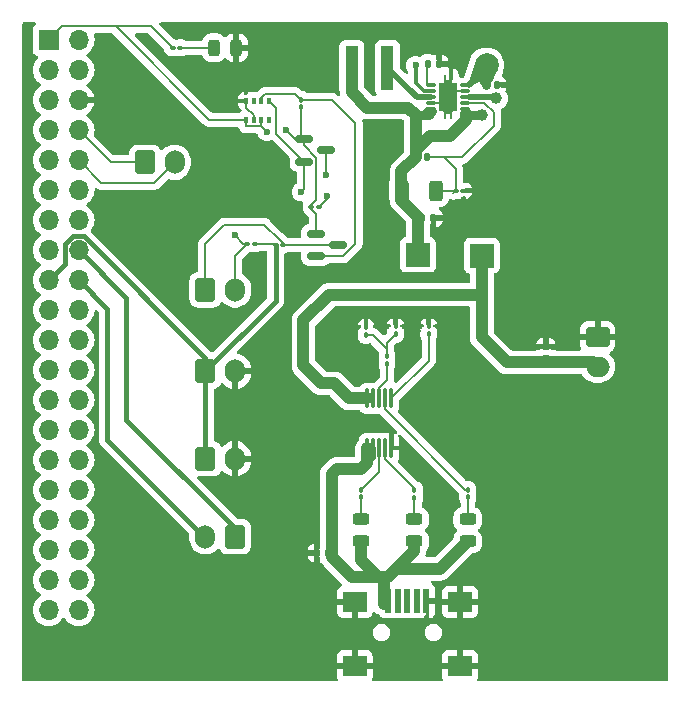
<source format=gtl>
%TF.GenerationSoftware,KiCad,Pcbnew,8.0.1*%
%TF.CreationDate,2024-04-11T19:27:17-06:00*%
%TF.ProjectId,ECE Altitude Project,45434520-416c-4746-9974-756465205072,rev?*%
%TF.SameCoordinates,Original*%
%TF.FileFunction,Copper,L1,Top*%
%TF.FilePolarity,Positive*%
%FSLAX46Y46*%
G04 Gerber Fmt 4.6, Leading zero omitted, Abs format (unit mm)*
G04 Created by KiCad (PCBNEW 8.0.1) date 2024-04-11 19:27:17*
%MOMM*%
%LPD*%
G01*
G04 APERTURE LIST*
G04 Aperture macros list*
%AMRoundRect*
0 Rectangle with rounded corners*
0 $1 Rounding radius*
0 $2 $3 $4 $5 $6 $7 $8 $9 X,Y pos of 4 corners*
0 Add a 4 corners polygon primitive as box body*
4,1,4,$2,$3,$4,$5,$6,$7,$8,$9,$2,$3,0*
0 Add four circle primitives for the rounded corners*
1,1,$1+$1,$2,$3*
1,1,$1+$1,$4,$5*
1,1,$1+$1,$6,$7*
1,1,$1+$1,$8,$9*
0 Add four rect primitives between the rounded corners*
20,1,$1+$1,$2,$3,$4,$5,0*
20,1,$1+$1,$4,$5,$6,$7,0*
20,1,$1+$1,$6,$7,$8,$9,0*
20,1,$1+$1,$8,$9,$2,$3,0*%
G04 Aperture macros list end*
%TA.AperFunction,SMDPad,CuDef*%
%ADD10R,0.280000X0.280000*%
%TD*%
%TA.AperFunction,SMDPad,CuDef*%
%ADD11O,0.850000X0.280000*%
%TD*%
%TA.AperFunction,ComponentPad*%
%ADD12C,0.600000*%
%TD*%
%TA.AperFunction,SMDPad,CuDef*%
%ADD13R,0.680000X1.050000*%
%TD*%
%TA.AperFunction,SMDPad,CuDef*%
%ADD14R,0.260000X0.500000*%
%TD*%
%TA.AperFunction,SMDPad,CuDef*%
%ADD15R,0.280000X0.700000*%
%TD*%
%TA.AperFunction,SMDPad,CuDef*%
%ADD16R,1.650000X2.400000*%
%TD*%
%TA.AperFunction,ComponentPad*%
%ADD17R,2.000000X2.000000*%
%TD*%
%TA.AperFunction,SMDPad,CuDef*%
%ADD18RoundRect,0.087500X0.087500X-0.725000X0.087500X0.725000X-0.087500X0.725000X-0.087500X-0.725000X0*%
%TD*%
%TA.AperFunction,SMDPad,CuDef*%
%ADD19RoundRect,0.140000X-0.140000X-0.170000X0.140000X-0.170000X0.140000X0.170000X-0.140000X0.170000X0*%
%TD*%
%TA.AperFunction,SMDPad,CuDef*%
%ADD20RoundRect,0.100000X0.100000X-0.130000X0.100000X0.130000X-0.100000X0.130000X-0.100000X-0.130000X0*%
%TD*%
%TA.AperFunction,SMDPad,CuDef*%
%ADD21R,1.100000X3.700000*%
%TD*%
%TA.AperFunction,ComponentPad*%
%ADD22RoundRect,0.250000X-0.750000X0.600000X-0.750000X-0.600000X0.750000X-0.600000X0.750000X0.600000X0*%
%TD*%
%TA.AperFunction,ComponentPad*%
%ADD23O,2.000000X1.700000*%
%TD*%
%TA.AperFunction,SMDPad,CuDef*%
%ADD24RoundRect,0.100000X-0.130000X-0.100000X0.130000X-0.100000X0.130000X0.100000X-0.130000X0.100000X0*%
%TD*%
%TA.AperFunction,SMDPad,CuDef*%
%ADD25R,0.350000X0.500000*%
%TD*%
%TA.AperFunction,SMDPad,CuDef*%
%ADD26RoundRect,0.150000X-0.587500X-0.150000X0.587500X-0.150000X0.587500X0.150000X-0.587500X0.150000X0*%
%TD*%
%TA.AperFunction,ComponentPad*%
%ADD27RoundRect,0.250000X0.600000X0.750000X-0.600000X0.750000X-0.600000X-0.750000X0.600000X-0.750000X0*%
%TD*%
%TA.AperFunction,ComponentPad*%
%ADD28O,1.700000X2.000000*%
%TD*%
%TA.AperFunction,SMDPad,CuDef*%
%ADD29RoundRect,0.250000X-0.312500X-0.625000X0.312500X-0.625000X0.312500X0.625000X-0.312500X0.625000X0*%
%TD*%
%TA.AperFunction,SMDPad,CuDef*%
%ADD30RoundRect,0.243750X-0.456250X0.243750X-0.456250X-0.243750X0.456250X-0.243750X0.456250X0.243750X0*%
%TD*%
%TA.AperFunction,ComponentPad*%
%ADD31RoundRect,0.250000X-0.600000X-0.750000X0.600000X-0.750000X0.600000X0.750000X-0.600000X0.750000X0*%
%TD*%
%TA.AperFunction,SMDPad,CuDef*%
%ADD32RoundRect,0.140000X0.170000X-0.140000X0.170000X0.140000X-0.170000X0.140000X-0.170000X-0.140000X0*%
%TD*%
%TA.AperFunction,SMDPad,CuDef*%
%ADD33RoundRect,0.243750X0.243750X0.456250X-0.243750X0.456250X-0.243750X-0.456250X0.243750X-0.456250X0*%
%TD*%
%TA.AperFunction,SMDPad,CuDef*%
%ADD34RoundRect,0.140000X0.140000X0.170000X-0.140000X0.170000X-0.140000X-0.170000X0.140000X-0.170000X0*%
%TD*%
%TA.AperFunction,SMDPad,CuDef*%
%ADD35RoundRect,0.100000X0.130000X0.100000X-0.130000X0.100000X-0.130000X-0.100000X0.130000X-0.100000X0*%
%TD*%
%TA.AperFunction,SMDPad,CuDef*%
%ADD36RoundRect,0.100000X-0.100000X0.130000X-0.100000X-0.130000X0.100000X-0.130000X0.100000X0.130000X0*%
%TD*%
%TA.AperFunction,SMDPad,CuDef*%
%ADD37R,0.500000X2.000000*%
%TD*%
%TA.AperFunction,SMDPad,CuDef*%
%ADD38R,2.000000X1.700000*%
%TD*%
%TA.AperFunction,ComponentPad*%
%ADD39R,1.700000X1.700000*%
%TD*%
%TA.AperFunction,ComponentPad*%
%ADD40O,1.700000X1.700000*%
%TD*%
%TA.AperFunction,ViaPad*%
%ADD41C,2.000000*%
%TD*%
%TA.AperFunction,ViaPad*%
%ADD42C,0.600000*%
%TD*%
%TA.AperFunction,ViaPad*%
%ADD43C,1.000000*%
%TD*%
%TA.AperFunction,Conductor*%
%ADD44C,0.200000*%
%TD*%
%TA.AperFunction,Conductor*%
%ADD45C,0.400000*%
%TD*%
%TA.AperFunction,Conductor*%
%ADD46C,0.500000*%
%TD*%
%TA.AperFunction,Conductor*%
%ADD47C,0.750000*%
%TD*%
%TA.AperFunction,Conductor*%
%ADD48C,0.300000*%
%TD*%
%TA.AperFunction,Conductor*%
%ADD49C,1.000000*%
%TD*%
G04 APERTURE END LIST*
D10*
%TO.P,U2,1,VAUX*%
%TO.N,Net-(U2-VAUX)*%
X116180000Y-71676544D03*
D11*
X116465000Y-71676544D03*
D10*
%TO.P,U2,2,VOUT*%
%TO.N,5V*%
X116180000Y-72176544D03*
D11*
X116465000Y-72176544D03*
D10*
%TO.P,U2,3,L*%
%TO.N,Net-(U2-L)*%
X116180000Y-72676544D03*
D11*
X116465000Y-72676544D03*
D10*
%TO.P,U2,4,PGND*%
%TO.N,GND*%
X116180000Y-73176544D03*
D11*
X116465000Y-73176544D03*
D10*
%TO.P,U2,5,VIN*%
%TO.N,/BATT_IN_1*%
X116180000Y-73676544D03*
D11*
X116465000Y-73676544D03*
%TO.P,U2,6,EN*%
X119415000Y-73676544D03*
D10*
X119700000Y-73676544D03*
D11*
%TO.P,U2,7,UVLO*%
%TO.N,Net-(U2-UVLO)*%
X119415000Y-73176544D03*
D10*
X119700000Y-73176544D03*
D11*
%TO.P,U2,8,PS*%
%TO.N,/BATT_IN_1*%
X119415000Y-72676544D03*
D10*
X119700000Y-72676544D03*
D11*
%TO.P,U2,9,GND*%
%TO.N,GND*%
X119415000Y-72176544D03*
D10*
X119700000Y-72176544D03*
D11*
%TO.P,U2,10,FB*%
%TO.N,5V*%
X119415000Y-71676544D03*
D10*
X119700000Y-71676544D03*
D12*
%TO.P,U2,11,PAD*%
%TO.N,GND*%
X117440000Y-71926544D03*
X117440000Y-73426544D03*
D13*
X117490000Y-72041544D03*
X117490000Y-73311544D03*
D14*
X117690000Y-71046544D03*
D15*
X117690000Y-71126544D03*
X117690000Y-74226544D03*
D14*
X117690000Y-74306544D03*
D12*
X117940000Y-72676544D03*
D16*
X117940000Y-72676544D03*
D14*
X118190000Y-71046544D03*
D15*
X118190000Y-71126544D03*
X118190000Y-74226544D03*
D14*
X118190000Y-74306544D03*
D13*
X118390000Y-72041544D03*
X118390000Y-73311544D03*
D12*
X118440000Y-71926544D03*
X118440000Y-73426544D03*
%TD*%
D17*
%TO.P,J9,1,Pin_1*%
%TO.N,/BATT_IN_2*%
X120800000Y-86100000D03*
%TD*%
D18*
%TO.P,U3,1,V_{DD}*%
%TO.N,VDD*%
X111100000Y-102425000D03*
%TO.P,U3,2,V_{DD}*%
X111600000Y-102425000D03*
%TO.P,U3,3,STAT1*%
%TO.N,Net-(U3-STAT1)*%
X112100000Y-102425000D03*
%TO.P,U3,4,STAT2*%
%TO.N,Net-(U3-STAT2)*%
X112600000Y-102425000D03*
%TO.P,U3,5,V_{SS}*%
%TO.N,GND*%
X113100000Y-102425000D03*
%TO.P,U3,6,PROG*%
%TO.N,Net-(U3-PROG)*%
X113100000Y-98200000D03*
%TO.P,U3,7,~{PG}*%
%TO.N,Net-(U3-~{PG})*%
X112600000Y-98200000D03*
%TO.P,U3,8,THERM*%
%TO.N,Net-(U3-THERM)*%
X112100000Y-98200000D03*
%TO.P,U3,9,V_{BAT}*%
%TO.N,/BATT_IN_2*%
X111600000Y-98200000D03*
%TO.P,U3,10,V_{BAT}*%
X111100000Y-98200000D03*
%TD*%
D19*
%TO.P,C3,1*%
%TO.N,Net-(U2-VAUX)*%
X116220000Y-69876544D03*
%TO.P,C3,2*%
%TO.N,GND*%
X117180000Y-69876544D03*
%TD*%
D20*
%TO.P,R13,1*%
%TO.N,Net-(R12-Pad1)*%
X111000000Y-92825000D03*
%TO.P,R13,2*%
%TO.N,GND*%
X111000000Y-92185000D03*
%TD*%
D21*
%TO.P,L1,1,1*%
%TO.N,Net-(U2-L)*%
X112800000Y-70200000D03*
%TO.P,L1,2,2*%
%TO.N,/BATT_IN_1*%
X109800000Y-70200000D03*
%TD*%
D20*
%TO.P,R12,1*%
%TO.N,Net-(R12-Pad1)*%
X113500000Y-92745000D03*
%TO.P,R12,2*%
%TO.N,GND*%
X113500000Y-92105000D03*
%TD*%
D19*
%TO.P,C1,1*%
%TO.N,/BATT_IN_1*%
X115200000Y-77776544D03*
%TO.P,C1,2*%
%TO.N,Net-(U2-UVLO)*%
X116160000Y-77776544D03*
%TD*%
D22*
%TO.P,J7,1,Pin_1*%
%TO.N,GND*%
X130600000Y-93000000D03*
D23*
%TO.P,J7,2,Pin_2*%
%TO.N,/BATT_IN_2*%
X130600000Y-95500000D03*
%TD*%
D24*
%TO.P,R5,1*%
%TO.N,VCC*%
X103335000Y-85200000D03*
%TO.P,R5,2*%
%TO.N,/SDI{slash}SDA*%
X103975000Y-85200000D03*
%TD*%
D25*
%TO.P,U1,1,GND*%
%TO.N,GND*%
X100825000Y-73000000D03*
%TO.P,U1,2,CSB*%
%TO.N,unconnected-(U1-CSB-Pad2)*%
X101475000Y-73000000D03*
%TO.P,U1,3,SDI*%
%TO.N,/SDI_3V*%
X102125000Y-73000000D03*
%TO.P,U1,4,SCK*%
%TO.N,/SCK_3V*%
X102775000Y-73000000D03*
%TO.P,U1,5,SDO*%
%TO.N,unconnected-(U1-SDO-Pad5)*%
X102775000Y-74600000D03*
%TO.P,U1,6,VDDIO*%
%TO.N,3.3V*%
X102125000Y-74600000D03*
%TO.P,U1,7,GND*%
%TO.N,GND*%
X101475000Y-74600000D03*
%TO.P,U1,8,VDD*%
%TO.N,3.3V*%
X100825000Y-74600000D03*
%TD*%
D26*
%TO.P,Q1,1,G*%
%TO.N,3.3V*%
X105762500Y-76250000D03*
%TO.P,Q1,2,S*%
%TO.N,/SCK_3V*%
X105762500Y-78150000D03*
%TO.P,Q1,3,D*%
%TO.N,/SCK{slash}SCL*%
X107637500Y-77200000D03*
%TD*%
D27*
%TO.P,J8,1,Pin_1*%
%TO.N,/SEL1*%
X99900000Y-109900000D03*
D28*
%TO.P,J8,2,Pin_2*%
%TO.N,/SEL2*%
X97400000Y-109900000D03*
%TD*%
D17*
%TO.P,J10,1,Pin_1*%
%TO.N,/BATT_IN_1*%
X115400000Y-86034044D03*
%TD*%
D20*
%TO.P,R4,1*%
%TO.N,Net-(D2-K)*%
X110600000Y-106565000D03*
%TO.P,R4,2*%
%TO.N,Net-(U3-STAT1)*%
X110600000Y-105925000D03*
%TD*%
%TO.P,R8,1*%
%TO.N,3.3V*%
X105500000Y-73565000D03*
%TO.P,R8,2*%
%TO.N,/SDI_3V*%
X105500000Y-72925000D03*
%TD*%
D29*
%TO.P,R2,1*%
%TO.N,/BATT_IN_1*%
X114037500Y-80600000D03*
%TO.P,R2,2*%
%TO.N,Net-(U2-UVLO)*%
X116962500Y-80600000D03*
%TD*%
D26*
%TO.P,Q2,1,G*%
%TO.N,3.3V*%
X106762500Y-84250000D03*
%TO.P,Q2,2,S*%
%TO.N,/SDI_3V*%
X106762500Y-86150000D03*
%TO.P,Q2,3,D*%
%TO.N,/SDI{slash}SDA*%
X108637500Y-85200000D03*
%TD*%
D30*
%TO.P,D3,1,K*%
%TO.N,Net-(D3-K)*%
X115100000Y-108425000D03*
%TO.P,D3,2,A*%
%TO.N,VDD*%
X115100000Y-110300000D03*
%TD*%
D19*
%TO.P,C4,1*%
%TO.N,5V*%
X121120000Y-71676544D03*
%TO.P,C4,2*%
%TO.N,GND*%
X122080000Y-71676544D03*
%TD*%
D30*
%TO.P,D2,1,K*%
%TO.N,Net-(D2-K)*%
X110600000Y-108425000D03*
%TO.P,D2,2,A*%
%TO.N,VDD*%
X110600000Y-110300000D03*
%TD*%
D31*
%TO.P,J5,1,Pin_1*%
%TO.N,VCC*%
X97400000Y-103300000D03*
D28*
%TO.P,J5,2,Pin_2*%
%TO.N,GND*%
X99900000Y-103300000D03*
%TD*%
D32*
%TO.P,C6,1*%
%TO.N,/BATT_IN_2*%
X126200000Y-94780000D03*
%TO.P,C6,2*%
%TO.N,GND*%
X126200000Y-93820000D03*
%TD*%
D20*
%TO.P,R11,1*%
%TO.N,Net-(D4-K)*%
X119600000Y-106565000D03*
%TO.P,R11,2*%
%TO.N,Net-(U3-~{PG})*%
X119600000Y-105925000D03*
%TD*%
D24*
%TO.P,R7,1*%
%TO.N,3.3V*%
X106360000Y-82000000D03*
%TO.P,R7,2*%
%TO.N,/SCK_3V*%
X107000000Y-82000000D03*
%TD*%
D31*
%TO.P,J1,1,Pin_1*%
%TO.N,VCC*%
X97400000Y-95900000D03*
D28*
%TO.P,J1,2,Pin_2*%
%TO.N,GND*%
X99900000Y-95900000D03*
%TD*%
D30*
%TO.P,D4,1,K*%
%TO.N,Net-(D4-K)*%
X119600000Y-108425000D03*
%TO.P,D4,2,A*%
%TO.N,VDD*%
X119600000Y-110300000D03*
%TD*%
D20*
%TO.P,R10,1*%
%TO.N,Net-(U3-PROG)*%
X116300000Y-92745000D03*
%TO.P,R10,2*%
%TO.N,GND*%
X116300000Y-92105000D03*
%TD*%
D33*
%TO.P,D1,1,K*%
%TO.N,GND*%
X100000000Y-68500000D03*
%TO.P,D1,2,A*%
%TO.N,Net-(D1-A)*%
X98125000Y-68500000D03*
%TD*%
D24*
%TO.P,R3,1*%
%TO.N,3.3V*%
X94625000Y-68500000D03*
%TO.P,R3,2*%
%TO.N,Net-(D1-A)*%
X95265000Y-68500000D03*
%TD*%
D34*
%TO.P,C5,1*%
%TO.N,VDD*%
X107800000Y-111300000D03*
%TO.P,C5,2*%
%TO.N,GND*%
X106840000Y-111300000D03*
%TD*%
D35*
%TO.P,R6,1*%
%TO.N,VCC*%
X101600000Y-85100000D03*
%TO.P,R6,2*%
%TO.N,/SCK{slash}SCL*%
X100960000Y-85100000D03*
%TD*%
D36*
%TO.P,RT1,1*%
%TO.N,Net-(R12-Pad1)*%
X112755000Y-94605000D03*
%TO.P,RT1,2*%
%TO.N,Net-(U3-THERM)*%
X112755000Y-95245000D03*
%TD*%
D20*
%TO.P,R9,1*%
%TO.N,Net-(D3-K)*%
X115100000Y-106590000D03*
%TO.P,R9,2*%
%TO.N,Net-(U3-STAT2)*%
X115100000Y-105950000D03*
%TD*%
D19*
%TO.P,C2,1*%
%TO.N,/BATT_IN_1*%
X115740000Y-82900000D03*
%TO.P,C2,2*%
%TO.N,GND*%
X116700000Y-82900000D03*
%TD*%
D24*
%TO.P,R1,1*%
%TO.N,Net-(U2-UVLO)*%
X118580000Y-80600000D03*
%TO.P,R1,2*%
%TO.N,GND*%
X119220000Y-80600000D03*
%TD*%
D31*
%TO.P,J3,1,Pin_1*%
%TO.N,/TXD*%
X92300000Y-78200000D03*
D28*
%TO.P,J3,2,Pin_2*%
%TO.N,/RXD*%
X94800000Y-78200000D03*
%TD*%
D37*
%TO.P,J6,1,VBUS*%
%TO.N,VDD*%
X112900000Y-115325000D03*
%TO.P,J6,2,D-*%
%TO.N,unconnected-(J6-D--Pad2)*%
X113700000Y-115325000D03*
%TO.P,J6,3,D+*%
%TO.N,unconnected-(J6-D+-Pad3)*%
X114500000Y-115325000D03*
%TO.P,J6,4,ID*%
%TO.N,unconnected-(J6-ID-Pad4)*%
X115300000Y-115325000D03*
%TO.P,J6,5,GND*%
%TO.N,GND*%
X116100000Y-115325000D03*
D38*
%TO.P,J6,6,Shield*%
X110050000Y-115425000D03*
X110050000Y-120875000D03*
X118950000Y-115425000D03*
X118950000Y-120875000D03*
%TD*%
D31*
%TO.P,J4,1,Pin_1*%
%TO.N,/SDI{slash}SDA*%
X97400000Y-89000000D03*
D28*
%TO.P,J4,2,Pin_2*%
%TO.N,/SCK{slash}SCL*%
X99900000Y-89000000D03*
%TD*%
D39*
%TO.P,J2,1,Pin_1*%
%TO.N,3.3V*%
X84125000Y-67850000D03*
D40*
%TO.P,J2,2,Pin_2*%
%TO.N,5V*%
X86665000Y-67850000D03*
%TO.P,J2,3,Pin_3*%
%TO.N,/SDI{slash}SDA*%
X84125000Y-70390000D03*
%TO.P,J2,4,Pin_4*%
%TO.N,5V*%
X86665000Y-70390000D03*
%TO.P,J2,5,Pin_5*%
%TO.N,/SCK{slash}SCL*%
X84125000Y-72930000D03*
%TO.P,J2,6,Pin_6*%
%TO.N,GND*%
X86665000Y-72930000D03*
%TO.P,J2,7,Pin_7*%
%TO.N,unconnected-(J2-Pin_7-Pad7)*%
X84125000Y-75470000D03*
%TO.P,J2,8,Pin_8*%
%TO.N,/TXD*%
X86665000Y-75470000D03*
%TO.P,J2,9,Pin_9*%
%TO.N,unconnected-(J2-Pin_9-Pad9)*%
X84125000Y-78010000D03*
%TO.P,J2,10,Pin_10*%
%TO.N,/RXD*%
X86665000Y-78010000D03*
%TO.P,J2,11,Pin_11*%
%TO.N,unconnected-(J2-Pin_11-Pad11)*%
X84125000Y-80550000D03*
%TO.P,J2,12,Pin_12*%
%TO.N,unconnected-(J2-Pin_12-Pad12)*%
X86665000Y-80550000D03*
%TO.P,J2,13,Pin_13*%
%TO.N,unconnected-(J2-Pin_13-Pad13)*%
X84125000Y-83090000D03*
%TO.P,J2,14,Pin_14*%
%TO.N,unconnected-(J2-Pin_14-Pad14)*%
X86665000Y-83090000D03*
%TO.P,J2,15,Pin_15*%
%TO.N,unconnected-(J2-Pin_15-Pad15)*%
X84125000Y-85630000D03*
%TO.P,J2,16,Pin_16*%
%TO.N,/SEL1*%
X86665000Y-85630000D03*
%TO.P,J2,17,Pin_17*%
%TO.N,VCC*%
X84125000Y-88170000D03*
%TO.P,J2,18,Pin_18*%
%TO.N,/SEL2*%
X86665000Y-88170000D03*
%TO.P,J2,19,Pin_19*%
%TO.N,unconnected-(J2-Pin_19-Pad19)*%
X84125000Y-90710000D03*
%TO.P,J2,20,Pin_20*%
%TO.N,unconnected-(J2-Pin_20-Pad20)*%
X86665000Y-90710000D03*
%TO.P,J2,21,Pin_21*%
%TO.N,unconnected-(J2-Pin_21-Pad21)*%
X84125000Y-93250000D03*
%TO.P,J2,22,Pin_22*%
%TO.N,unconnected-(J2-Pin_22-Pad22)*%
X86665000Y-93250000D03*
%TO.P,J2,23,Pin_23*%
%TO.N,unconnected-(J2-Pin_23-Pad23)*%
X84125000Y-95790000D03*
%TO.P,J2,24,Pin_24*%
%TO.N,unconnected-(J2-Pin_24-Pad24)*%
X86665000Y-95790000D03*
%TO.P,J2,25,Pin_25*%
%TO.N,unconnected-(J2-Pin_25-Pad25)*%
X84125000Y-98330000D03*
%TO.P,J2,26,Pin_26*%
%TO.N,unconnected-(J2-Pin_26-Pad26)*%
X86665000Y-98330000D03*
%TO.P,J2,27,Pin_27*%
%TO.N,unconnected-(J2-Pin_27-Pad27)*%
X84125000Y-100870000D03*
%TO.P,J2,28,Pin_28*%
%TO.N,unconnected-(J2-Pin_28-Pad28)*%
X86665000Y-100870000D03*
%TO.P,J2,29,Pin_29*%
%TO.N,unconnected-(J2-Pin_29-Pad29)*%
X84125000Y-103410000D03*
%TO.P,J2,30,Pin_30*%
%TO.N,unconnected-(J2-Pin_30-Pad30)*%
X86665000Y-103410000D03*
%TO.P,J2,31,Pin_31*%
%TO.N,unconnected-(J2-Pin_31-Pad31)*%
X84125000Y-105950000D03*
%TO.P,J2,32,Pin_32*%
%TO.N,unconnected-(J2-Pin_32-Pad32)*%
X86665000Y-105950000D03*
%TO.P,J2,33,Pin_33*%
%TO.N,unconnected-(J2-Pin_33-Pad33)*%
X84125000Y-108490000D03*
%TO.P,J2,34,Pin_34*%
%TO.N,unconnected-(J2-Pin_34-Pad34)*%
X86665000Y-108490000D03*
%TO.P,J2,35,Pin_35*%
%TO.N,unconnected-(J2-Pin_35-Pad35)*%
X84125000Y-111030000D03*
%TO.P,J2,36,Pin_36*%
%TO.N,unconnected-(J2-Pin_36-Pad36)*%
X86665000Y-111030000D03*
%TO.P,J2,37,Pin_37*%
%TO.N,unconnected-(J2-Pin_37-Pad37)*%
X84125000Y-113570000D03*
%TO.P,J2,38,Pin_38*%
%TO.N,unconnected-(J2-Pin_38-Pad38)*%
X86665000Y-113570000D03*
%TO.P,J2,39,Pin_39*%
%TO.N,unconnected-(J2-Pin_39-Pad39)*%
X84125000Y-116110000D03*
%TO.P,J2,40,Pin_40*%
%TO.N,unconnected-(J2-Pin_40-Pad40)*%
X86665000Y-116110000D03*
%TD*%
D41*
%TO.N,5V*%
X121200000Y-70000000D03*
D42*
X115200000Y-70000000D03*
%TO.N,/SCK{slash}SCL*%
X107600000Y-79300000D03*
X99900000Y-84400000D03*
%TO.N,3.3V*%
X104200000Y-75500000D03*
X102600000Y-75600000D03*
%TO.N,/SCK_3V*%
X105500000Y-80700000D03*
X107700000Y-81100000D03*
D43*
%TO.N,/BATT_IN_1*%
X120800000Y-74200000D03*
X122000000Y-72791544D03*
%TD*%
D44*
%TO.N,Net-(U2-UVLO)*%
X117700000Y-77776544D02*
X117700000Y-77876544D01*
X119123456Y-77776544D02*
X117700000Y-77776544D01*
X121002107Y-73176544D02*
X121800000Y-73974437D01*
X118403456Y-80776544D02*
X118580000Y-80600000D01*
X117700000Y-77876544D02*
X118580000Y-78756544D01*
X117700000Y-77776544D02*
X116160000Y-77776544D01*
X119700000Y-73176544D02*
X121002107Y-73176544D01*
X118580000Y-78756544D02*
X118580000Y-80600000D01*
X121800000Y-75100000D02*
X119123456Y-77776544D01*
X116962500Y-80600000D02*
X118580000Y-80600000D01*
X121800000Y-73974437D02*
X121800000Y-75100000D01*
%TO.N,GND*%
X117355000Y-73176544D02*
X117490000Y-73311544D01*
X101475000Y-74225000D02*
X101475000Y-74600000D01*
X116465000Y-73176544D02*
X117355000Y-73176544D01*
X118525000Y-72176544D02*
X118390000Y-72041544D01*
X119415000Y-72176544D02*
X118525000Y-72176544D01*
X100825000Y-73575000D02*
X101475000Y-74225000D01*
X100825000Y-73000000D02*
X100825000Y-73575000D01*
D45*
X113100000Y-101000000D02*
X112700000Y-100600000D01*
X113100000Y-102425000D02*
X113100000Y-101000000D01*
D44*
%TO.N,Net-(U2-VAUX)*%
X116180000Y-71676544D02*
X116180000Y-69916544D01*
X116180000Y-69916544D02*
X116220000Y-69876544D01*
D46*
%TO.N,5V*%
X119700000Y-71676544D02*
X121200000Y-70176544D01*
D47*
X121120000Y-70080000D02*
X121200000Y-70000000D01*
D46*
X121200000Y-70176544D02*
X121200000Y-70000000D01*
D48*
X115200000Y-70000000D02*
X115200000Y-71469136D01*
D47*
X121120000Y-71676544D02*
X121120000Y-70080000D01*
D48*
X115907408Y-72176544D02*
X116180000Y-72176544D01*
X115200000Y-71469136D02*
X115907408Y-72176544D01*
%TO.N,VDD*%
X110600000Y-111825000D02*
X110600000Y-110300000D01*
D49*
X108500000Y-104200000D02*
X110600000Y-104200000D01*
X108100000Y-104600000D02*
X108500000Y-104200000D01*
D48*
X112900000Y-113700000D02*
X112900000Y-115325000D01*
X112900000Y-114125000D02*
X110600000Y-111825000D01*
D49*
X112500000Y-113700000D02*
X112500000Y-115600000D01*
X110600000Y-104200000D02*
X111100000Y-103700000D01*
X110600000Y-111900000D02*
X112000000Y-113300000D01*
D48*
X113975000Y-112625000D02*
X113800000Y-112800000D01*
D45*
X111625000Y-103175000D02*
X111100000Y-103700000D01*
X111600000Y-102425000D02*
X111625000Y-102450000D01*
D48*
X112900000Y-115325000D02*
X112900000Y-114125000D01*
D49*
X112900000Y-113300000D02*
X115100000Y-111100000D01*
X115100000Y-111100000D02*
X115100000Y-110300000D01*
X112000000Y-113300000D02*
X109800000Y-113300000D01*
X112000000Y-113300000D02*
X112900000Y-113300000D01*
X117275000Y-112625000D02*
X119600000Y-110300000D01*
D47*
X112900000Y-113300000D02*
X112500000Y-113700000D01*
D49*
X108100000Y-111600000D02*
X108100000Y-104600000D01*
X109800000Y-113300000D02*
X108100000Y-111600000D01*
X113975000Y-112625000D02*
X117275000Y-112625000D01*
D48*
X113800000Y-112800000D02*
X112900000Y-113700000D01*
D49*
X111100000Y-103700000D02*
X111100000Y-102425000D01*
D44*
X112900000Y-115325000D02*
X112900000Y-113300000D01*
D45*
X111625000Y-102450000D02*
X111625000Y-103175000D01*
D49*
X110600000Y-110300000D02*
X110600000Y-111900000D01*
D44*
%TO.N,Net-(D1-A)*%
X95265000Y-68500000D02*
X98125000Y-68500000D01*
%TO.N,Net-(D2-K)*%
X110600000Y-108425000D02*
X110600000Y-106565000D01*
%TO.N,Net-(D3-K)*%
X115100000Y-108425000D02*
X115100000Y-106590000D01*
%TO.N,Net-(D4-K)*%
X119600000Y-108425000D02*
X119600000Y-106565000D01*
D45*
%TO.N,VCC*%
X97400000Y-95900000D02*
X103335000Y-89965000D01*
X103335000Y-89965000D02*
X103335000Y-85200000D01*
X85515000Y-86780000D02*
X85515000Y-85153654D01*
X97400000Y-94738654D02*
X97400000Y-95900000D01*
X97400000Y-95900000D02*
X97400000Y-103300000D01*
X86188654Y-84480000D02*
X87141346Y-84480000D01*
X87141346Y-84480000D02*
X97400000Y-94738654D01*
D44*
X101600000Y-85100000D02*
X103235000Y-85100000D01*
X103235000Y-85100000D02*
X103335000Y-85200000D01*
D45*
X84125000Y-88170000D02*
X85515000Y-86780000D01*
X85515000Y-85153654D02*
X86188654Y-84480000D01*
D44*
%TO.N,/TXD*%
X92300000Y-78200000D02*
X89395000Y-78200000D01*
X89395000Y-78200000D02*
X86665000Y-75470000D01*
%TO.N,/SDI{slash}SDA*%
X103633456Y-84700000D02*
X103600000Y-84700000D01*
X97400000Y-85100000D02*
X97400000Y-89000000D01*
X102400000Y-83500000D02*
X99000000Y-83500000D01*
X103975000Y-85041544D02*
X103633456Y-84700000D01*
X103975000Y-85200000D02*
X108637500Y-85200000D01*
X99000000Y-83500000D02*
X97400000Y-85100000D01*
X103975000Y-85200000D02*
X103975000Y-85041544D01*
X103600000Y-84700000D02*
X102400000Y-83500000D01*
%TO.N,/SCK{slash}SCL*%
X99900000Y-86160000D02*
X100960000Y-85100000D01*
X100960000Y-85100000D02*
X100600000Y-85100000D01*
X107600000Y-79300000D02*
X107637500Y-79262500D01*
X107637500Y-79262500D02*
X107637500Y-77200000D01*
X100600000Y-85100000D02*
X99900000Y-84400000D01*
X99900000Y-89000000D02*
X99900000Y-86160000D01*
%TO.N,3.3V*%
X104200000Y-75500000D02*
X104950000Y-76250000D01*
X105762500Y-76250000D02*
X105762500Y-76771948D01*
X102125000Y-75125000D02*
X102600000Y-75600000D01*
X104950000Y-76250000D02*
X105762500Y-76250000D01*
X102125000Y-74600000D02*
X102125000Y-75125000D01*
X97700000Y-74600000D02*
X100825000Y-74600000D01*
X89800000Y-66700000D02*
X85275000Y-66700000D01*
X106800000Y-81400000D02*
X106360000Y-81840000D01*
X105500000Y-75987500D02*
X105762500Y-76250000D01*
X94625000Y-68500000D02*
X92825000Y-66700000D01*
X100850000Y-75150000D02*
X100825000Y-75125000D01*
X85275000Y-66700000D02*
X84125000Y-67850000D01*
X92825000Y-66700000D02*
X89800000Y-66700000D01*
X106762500Y-84250000D02*
X106762500Y-82602499D01*
X102025000Y-75150000D02*
X100850000Y-75150000D01*
X102125000Y-74600000D02*
X102125000Y-75050000D01*
X105762500Y-76771948D02*
X106800000Y-77809448D01*
X106800000Y-77809448D02*
X106800000Y-81400000D01*
X105500000Y-73565000D02*
X105500000Y-75987500D01*
X106762500Y-82602499D02*
X106360000Y-82199999D01*
X106360000Y-82199999D02*
X106360000Y-82000000D01*
X102125000Y-75050000D02*
X102025000Y-75150000D01*
X106360000Y-81840000D02*
X106360000Y-82000000D01*
X100825000Y-75125000D02*
X100825000Y-74600000D01*
X89800000Y-66700000D02*
X97700000Y-74600000D01*
D45*
%TO.N,/SEL1*%
X99800000Y-109800000D02*
X99800000Y-109100000D01*
X99900000Y-109900000D02*
X99800000Y-109800000D01*
X90700000Y-89665000D02*
X86665000Y-85630000D01*
X99800000Y-109100000D02*
X90700000Y-100000000D01*
X90700000Y-100000000D02*
X90700000Y-89665000D01*
%TO.N,/SEL2*%
X97300000Y-109900000D02*
X89100000Y-101700000D01*
X89100000Y-90605000D02*
X86665000Y-88170000D01*
X89100000Y-101700000D02*
X89100000Y-90605000D01*
X97400000Y-109900000D02*
X97300000Y-109900000D01*
D44*
%TO.N,/RXD*%
X88584327Y-79929327D02*
X86665000Y-78010000D01*
X94800000Y-78200000D02*
X93070673Y-79929327D01*
X93070673Y-79929327D02*
X88584327Y-79929327D01*
D46*
%TO.N,Net-(U2-L)*%
X112800000Y-70200000D02*
X115276544Y-72676544D01*
X115276544Y-72676544D02*
X116465000Y-72676544D01*
D44*
%TO.N,/SCK_3V*%
X105762500Y-78150000D02*
X103400000Y-75787500D01*
X107700000Y-81100000D02*
X107700000Y-81300000D01*
X105762500Y-78150000D02*
X105762500Y-80437500D01*
X103400000Y-75787500D02*
X103400000Y-73625000D01*
X105762500Y-80437500D02*
X105500000Y-80700000D01*
X103400000Y-73625000D02*
X102775000Y-73000000D01*
X107700000Y-81300000D02*
X107000000Y-82000000D01*
%TO.N,/SDI_3V*%
X109065552Y-86150000D02*
X106762500Y-86150000D01*
X102425000Y-72450000D02*
X102125000Y-72750000D01*
X105500000Y-72925000D02*
X105025000Y-72450000D01*
X110100000Y-85115552D02*
X109065552Y-86150000D01*
X105500000Y-72925000D02*
X108128052Y-72925000D01*
X105025000Y-72450000D02*
X102425000Y-72450000D01*
X110100000Y-74896948D02*
X110100000Y-85115552D01*
X108128052Y-72925000D02*
X110100000Y-74896948D01*
X102125000Y-72750000D02*
X102125000Y-73000000D01*
%TO.N,Net-(U3-STAT1)*%
X110600000Y-105925000D02*
X112100000Y-104425000D01*
X112100000Y-104425000D02*
X112100000Y-102425000D01*
%TO.N,Net-(U3-STAT2)*%
X115100000Y-105787932D02*
X112600000Y-103287932D01*
X112600000Y-103287932D02*
X112600000Y-102425000D01*
X115100000Y-105950000D02*
X115100000Y-105787932D01*
%TO.N,Net-(U3-PROG)*%
X113100000Y-98200000D02*
X116300000Y-95000000D01*
X116300000Y-95000000D02*
X116300000Y-92745000D01*
%TO.N,Net-(U3-~{PG})*%
X119600000Y-105925000D02*
X119400001Y-105925000D01*
X112600000Y-99124999D02*
X112600000Y-98200000D01*
X119400001Y-105925000D02*
X112600000Y-99124999D01*
%TO.N,Net-(R12-Pad1)*%
X112755000Y-93490000D02*
X113500000Y-92745000D01*
X112755000Y-94605000D02*
X112755000Y-94025000D01*
X111555000Y-92825000D02*
X111000000Y-92825000D01*
X112755000Y-94025000D02*
X112755000Y-93490000D01*
X112755000Y-94025000D02*
X111555000Y-92825000D01*
%TO.N,Net-(U3-THERM)*%
X112100000Y-97337068D02*
X112800000Y-96637068D01*
X112800000Y-95290000D02*
X112755000Y-95245000D01*
X112800000Y-96637068D02*
X112800000Y-95290000D01*
X112100000Y-98200000D02*
X112100000Y-97337068D01*
D49*
%TO.N,/BATT_IN_1*%
X115400000Y-82800000D02*
X114000000Y-81400000D01*
D46*
X120700000Y-74100000D02*
X120600000Y-74200000D01*
D47*
X115200000Y-74176544D02*
X116323456Y-74176544D01*
D44*
X122000000Y-72791544D02*
X121885000Y-72676544D01*
D49*
X118106544Y-76000000D02*
X116400000Y-76000000D01*
X115200000Y-77200000D02*
X115200000Y-77776544D01*
D45*
X115680000Y-74176544D02*
X116180000Y-73676544D01*
X120800000Y-74200000D02*
X120700000Y-74100000D01*
D47*
X116323456Y-74176544D02*
X116600000Y-73900000D01*
D49*
X119500000Y-74606544D02*
X119500000Y-74100000D01*
D46*
X119600000Y-74200000D02*
X119500000Y-74100000D01*
D47*
X120600000Y-74200000D02*
X119600000Y-74200000D01*
D49*
X115200000Y-74176544D02*
X114590000Y-73566544D01*
X114590000Y-73566544D02*
X111090000Y-73566544D01*
D45*
X116180000Y-73676544D02*
X116465000Y-73676544D01*
D49*
X115200000Y-77776544D02*
X115200000Y-74176544D01*
X115400000Y-86034044D02*
X115400000Y-82800000D01*
X114000000Y-78976544D02*
X115200000Y-77776544D01*
D46*
X121885000Y-72676544D02*
X119700000Y-72676544D01*
D49*
X109800000Y-72276544D02*
X109800000Y-70200000D01*
X116400000Y-76000000D02*
X115200000Y-77200000D01*
X119500000Y-74606544D02*
X118106544Y-76000000D01*
X111090000Y-73566544D02*
X109800000Y-72276544D01*
X114000000Y-81400000D02*
X114000000Y-78976544D01*
%TO.N,/BATT_IN_2*%
X130250000Y-95150000D02*
X122925000Y-95150000D01*
X107887500Y-89412500D02*
X105700000Y-91600000D01*
X109595000Y-98200000D02*
X108597500Y-97202500D01*
X120800000Y-89412500D02*
X107887500Y-89412500D01*
D44*
X111600000Y-98200000D02*
X111100000Y-98200000D01*
D49*
X105700000Y-91600000D02*
X105700000Y-95400000D01*
X120800000Y-93025000D02*
X120800000Y-89412500D01*
X130600000Y-95500000D02*
X130250000Y-95150000D01*
X107225000Y-96925000D02*
X108320000Y-96925000D01*
X105700000Y-95400000D02*
X107225000Y-96925000D01*
X122925000Y-95150000D02*
X120800000Y-93025000D01*
X108597500Y-97202500D02*
X108320000Y-96925000D01*
X120800000Y-89412500D02*
X120800000Y-86400000D01*
X109595000Y-98200000D02*
X111100000Y-98200000D01*
X120800000Y-86400000D02*
X120500000Y-86100000D01*
%TD*%
%TA.AperFunction,Conductor*%
%TO.N,5V*%
G36*
X120287725Y-69622111D02*
G01*
X121196215Y-69997437D01*
X121202553Y-70003764D01*
X121202562Y-70003784D01*
X121578482Y-70913713D01*
X121578473Y-70922667D01*
X121572793Y-70928698D01*
X120075892Y-71658050D01*
X120066953Y-71658593D01*
X120062494Y-71655805D01*
X119719945Y-71313256D01*
X119716518Y-71304983D01*
X119717112Y-71301304D01*
X120272161Y-69629241D01*
X120278020Y-69622470D01*
X120286951Y-69621824D01*
X120287725Y-69622111D01*
G37*
%TD.AperFunction*%
%TD*%
%TA.AperFunction,Conductor*%
%TO.N,5V*%
G36*
X122112419Y-70377923D02*
G01*
X122118746Y-70384261D01*
X122118737Y-70393215D01*
X122118455Y-70393843D01*
X121713014Y-71228000D01*
X121498750Y-71668830D01*
X121498201Y-71669959D01*
X121491502Y-71675901D01*
X121487678Y-71676544D01*
X120753205Y-71676544D01*
X120744932Y-71673117D01*
X120742205Y-71668830D01*
X120583862Y-71231888D01*
X120279926Y-70393185D01*
X120280329Y-70384243D01*
X120286437Y-70378398D01*
X121195514Y-70000862D01*
X121204464Y-70000854D01*
X122112419Y-70377923D01*
G37*
%TD.AperFunction*%
%TD*%
%TA.AperFunction,Conductor*%
%TO.N,GND*%
G36*
X113860465Y-101253248D02*
G01*
X113908986Y-101283220D01*
X116391690Y-103765925D01*
X118870441Y-106244676D01*
X118903926Y-106305999D01*
X118905700Y-106348539D01*
X118899501Y-106395636D01*
X118899500Y-106395641D01*
X118899500Y-106734363D01*
X118914953Y-106851753D01*
X118914957Y-106851765D01*
X118975461Y-106997836D01*
X118979526Y-107004876D01*
X118977783Y-107005882D01*
X118999069Y-107060932D01*
X118999500Y-107071257D01*
X118999500Y-107355461D01*
X118979815Y-107422500D01*
X118927011Y-107468255D01*
X118914504Y-107473167D01*
X118827077Y-107502137D01*
X118827066Y-107502142D01*
X118679000Y-107593471D01*
X118678996Y-107593474D01*
X118555974Y-107716496D01*
X118555971Y-107716500D01*
X118464642Y-107864566D01*
X118464637Y-107864577D01*
X118409913Y-108029723D01*
X118399500Y-108131644D01*
X118399500Y-108718355D01*
X118409913Y-108820276D01*
X118464637Y-108985422D01*
X118464642Y-108985433D01*
X118555971Y-109133499D01*
X118555974Y-109133503D01*
X118678996Y-109256525D01*
X118679000Y-109256528D01*
X118679703Y-109256962D01*
X118680083Y-109257385D01*
X118684664Y-109261007D01*
X118684045Y-109261789D01*
X118726428Y-109308910D01*
X118737649Y-109377872D01*
X118709806Y-109441954D01*
X118684544Y-109463842D01*
X118684664Y-109463993D01*
X118681315Y-109466640D01*
X118679703Y-109468038D01*
X118679000Y-109468471D01*
X118678996Y-109468474D01*
X118555974Y-109591496D01*
X118555971Y-109591500D01*
X118464642Y-109739566D01*
X118464637Y-109739577D01*
X118409913Y-109904723D01*
X118399500Y-110006644D01*
X118399500Y-110034217D01*
X118379815Y-110101256D01*
X118363181Y-110121898D01*
X116896899Y-111588181D01*
X116835576Y-111621666D01*
X116809218Y-111624500D01*
X116151257Y-111624500D01*
X116084218Y-111604815D01*
X116038463Y-111552011D01*
X116028519Y-111482853D01*
X116036694Y-111453052D01*
X116058462Y-111400500D01*
X116058463Y-111400499D01*
X116062049Y-111391841D01*
X116062049Y-111391840D01*
X116062051Y-111391836D01*
X116080009Y-111301555D01*
X116087199Y-111265409D01*
X116087199Y-111265407D01*
X116100500Y-111198542D01*
X116100500Y-111103391D01*
X116120185Y-111036352D01*
X116136819Y-111015710D01*
X116144026Y-111008503D01*
X116235362Y-110860425D01*
X116290087Y-110695275D01*
X116300500Y-110593348D01*
X116300500Y-110006652D01*
X116290087Y-109904725D01*
X116235362Y-109739575D01*
X116235358Y-109739569D01*
X116235357Y-109739566D01*
X116144028Y-109591500D01*
X116144025Y-109591496D01*
X116021004Y-109468475D01*
X116021003Y-109468474D01*
X116020301Y-109468041D01*
X116019921Y-109467618D01*
X116015336Y-109463993D01*
X116015955Y-109463209D01*
X115973575Y-109416098D01*
X115962349Y-109347136D01*
X115990188Y-109283052D01*
X116015455Y-109261157D01*
X116015336Y-109261007D01*
X116018687Y-109258356D01*
X116020299Y-109256959D01*
X116021003Y-109256526D01*
X116144026Y-109133503D01*
X116235362Y-108985425D01*
X116290087Y-108820275D01*
X116300500Y-108718348D01*
X116300500Y-108131652D01*
X116290087Y-108029725D01*
X116235362Y-107864575D01*
X116235358Y-107864569D01*
X116235357Y-107864566D01*
X116144028Y-107716500D01*
X116144025Y-107716496D01*
X116021003Y-107593474D01*
X116020999Y-107593471D01*
X115872933Y-107502142D01*
X115872927Y-107502139D01*
X115872925Y-107502138D01*
X115785496Y-107473167D01*
X115728051Y-107433394D01*
X115701228Y-107368878D01*
X115700500Y-107355461D01*
X115700500Y-107096257D01*
X115720185Y-107029218D01*
X115723924Y-107023900D01*
X115724532Y-107022845D01*
X115724536Y-107022841D01*
X115785044Y-106876762D01*
X115800500Y-106759361D01*
X115800499Y-106420640D01*
X115800499Y-106420638D01*
X115800499Y-106420636D01*
X115785045Y-106303244D01*
X115785044Y-106303242D01*
X115785044Y-106303238D01*
X115785042Y-106303233D01*
X115784738Y-106302096D01*
X115784737Y-106300906D01*
X115783984Y-106295179D01*
X115784737Y-106295079D01*
X115784737Y-106244919D01*
X115783983Y-106244820D01*
X115784737Y-106239092D01*
X115784737Y-106237905D01*
X115785040Y-106236771D01*
X115785044Y-106236762D01*
X115800500Y-106119361D01*
X115800499Y-105780640D01*
X115800499Y-105780636D01*
X115785046Y-105663246D01*
X115785044Y-105663241D01*
X115785044Y-105663238D01*
X115724536Y-105517159D01*
X115628282Y-105391718D01*
X115628280Y-105391717D01*
X115628280Y-105391716D01*
X115502841Y-105295464D01*
X115502838Y-105295462D01*
X115446973Y-105272322D01*
X115406745Y-105245442D01*
X113732001Y-103570698D01*
X113698516Y-103509375D01*
X113703500Y-103439683D01*
X113705121Y-103435564D01*
X113759878Y-103303368D01*
X113759879Y-103303366D01*
X113775000Y-103188511D01*
X113775000Y-102600000D01*
X113399500Y-102600000D01*
X113332461Y-102580315D01*
X113286706Y-102527511D01*
X113275500Y-102476000D01*
X113275500Y-102374000D01*
X113295185Y-102306961D01*
X113347989Y-102261206D01*
X113399500Y-102250000D01*
X113774999Y-102250000D01*
X113774999Y-101661486D01*
X113759881Y-101546640D01*
X113759877Y-101546628D01*
X113706745Y-101418354D01*
X113699276Y-101348885D01*
X113730551Y-101286406D01*
X113790640Y-101250754D01*
X113860465Y-101253248D01*
G37*
%TD.AperFunction*%
%TA.AperFunction,Conductor*%
G36*
X83001936Y-66370185D02*
G01*
X83047691Y-66422989D01*
X83057635Y-66492147D01*
X83028610Y-66555703D01*
X83009208Y-66573766D01*
X82917455Y-66642452D01*
X82917452Y-66642455D01*
X82831206Y-66757664D01*
X82831202Y-66757671D01*
X82780908Y-66892517D01*
X82774501Y-66952116D01*
X82774500Y-66952135D01*
X82774500Y-68747870D01*
X82774501Y-68747876D01*
X82780908Y-68807483D01*
X82831202Y-68942328D01*
X82831206Y-68942335D01*
X82917452Y-69057544D01*
X82917455Y-69057547D01*
X83032664Y-69143793D01*
X83032671Y-69143797D01*
X83164081Y-69192810D01*
X83220015Y-69234681D01*
X83244432Y-69300145D01*
X83229580Y-69368418D01*
X83208430Y-69396673D01*
X83086503Y-69518600D01*
X82950965Y-69712169D01*
X82950964Y-69712171D01*
X82851098Y-69926335D01*
X82851094Y-69926344D01*
X82789938Y-70154586D01*
X82789936Y-70154596D01*
X82769341Y-70389999D01*
X82769341Y-70390000D01*
X82789936Y-70625403D01*
X82789938Y-70625413D01*
X82851094Y-70853655D01*
X82851096Y-70853659D01*
X82851097Y-70853663D01*
X82917857Y-70996829D01*
X82950965Y-71067830D01*
X82950967Y-71067834D01*
X83050187Y-71209534D01*
X83086501Y-71261396D01*
X83086506Y-71261402D01*
X83253597Y-71428493D01*
X83253603Y-71428498D01*
X83439158Y-71558425D01*
X83482783Y-71613002D01*
X83489977Y-71682500D01*
X83458454Y-71744855D01*
X83439158Y-71761575D01*
X83253597Y-71891505D01*
X83086505Y-72058597D01*
X82950965Y-72252169D01*
X82950964Y-72252171D01*
X82851098Y-72466335D01*
X82851094Y-72466344D01*
X82789938Y-72694586D01*
X82789936Y-72694596D01*
X82769341Y-72929999D01*
X82769341Y-72930000D01*
X82789936Y-73165403D01*
X82789938Y-73165413D01*
X82851094Y-73393655D01*
X82851096Y-73393659D01*
X82851097Y-73393663D01*
X82934155Y-73571781D01*
X82950965Y-73607830D01*
X82950967Y-73607834D01*
X83029758Y-73720358D01*
X83086501Y-73801396D01*
X83086506Y-73801402D01*
X83253597Y-73968493D01*
X83253603Y-73968498D01*
X83439158Y-74098425D01*
X83482783Y-74153002D01*
X83489977Y-74222500D01*
X83458454Y-74284855D01*
X83439158Y-74301575D01*
X83253597Y-74431505D01*
X83086505Y-74598597D01*
X82950965Y-74792169D01*
X82950964Y-74792171D01*
X82851098Y-75006335D01*
X82851094Y-75006344D01*
X82789938Y-75234586D01*
X82789936Y-75234596D01*
X82769341Y-75469999D01*
X82769341Y-75470000D01*
X82789936Y-75705403D01*
X82789938Y-75705413D01*
X82851094Y-75933655D01*
X82851096Y-75933659D01*
X82851097Y-75933663D01*
X82880833Y-75997431D01*
X82950965Y-76147830D01*
X82950967Y-76147834D01*
X83059281Y-76302521D01*
X83086501Y-76341396D01*
X83086506Y-76341402D01*
X83253597Y-76508493D01*
X83253603Y-76508498D01*
X83439158Y-76638425D01*
X83482783Y-76693002D01*
X83489977Y-76762500D01*
X83458454Y-76824855D01*
X83439158Y-76841575D01*
X83253597Y-76971505D01*
X83086505Y-77138597D01*
X82950965Y-77332169D01*
X82950964Y-77332171D01*
X82851098Y-77546335D01*
X82851094Y-77546344D01*
X82789938Y-77774586D01*
X82789936Y-77774596D01*
X82769341Y-78009999D01*
X82769341Y-78010000D01*
X82789936Y-78245403D01*
X82789938Y-78245413D01*
X82851094Y-78473655D01*
X82851096Y-78473659D01*
X82851097Y-78473663D01*
X82903967Y-78587043D01*
X82950965Y-78687830D01*
X82950967Y-78687834D01*
X83043641Y-78820185D01*
X83086501Y-78881396D01*
X83086506Y-78881402D01*
X83253597Y-79048493D01*
X83253603Y-79048498D01*
X83439158Y-79178425D01*
X83482783Y-79233002D01*
X83489977Y-79302500D01*
X83458454Y-79364855D01*
X83439158Y-79381575D01*
X83253597Y-79511505D01*
X83086505Y-79678597D01*
X82950965Y-79872169D01*
X82950964Y-79872171D01*
X82851098Y-80086335D01*
X82851094Y-80086344D01*
X82789938Y-80314586D01*
X82789936Y-80314596D01*
X82769341Y-80549999D01*
X82769341Y-80550000D01*
X82789936Y-80785403D01*
X82789938Y-80785413D01*
X82851094Y-81013655D01*
X82851096Y-81013659D01*
X82851097Y-81013663D01*
X82904545Y-81128282D01*
X82950965Y-81227830D01*
X82950967Y-81227834D01*
X83059281Y-81382521D01*
X83086501Y-81421396D01*
X83086506Y-81421402D01*
X83253597Y-81588493D01*
X83253603Y-81588498D01*
X83439158Y-81718425D01*
X83482783Y-81773002D01*
X83489977Y-81842500D01*
X83458454Y-81904855D01*
X83439158Y-81921575D01*
X83253597Y-82051505D01*
X83086505Y-82218597D01*
X82950965Y-82412169D01*
X82950964Y-82412171D01*
X82851098Y-82626335D01*
X82851094Y-82626344D01*
X82789938Y-82854586D01*
X82789936Y-82854596D01*
X82769341Y-83089999D01*
X82769341Y-83090000D01*
X82789936Y-83325403D01*
X82789938Y-83325413D01*
X82851094Y-83553655D01*
X82851096Y-83553659D01*
X82851097Y-83553663D01*
X82864273Y-83581919D01*
X82950965Y-83767830D01*
X82950967Y-83767834D01*
X83001220Y-83839602D01*
X83086501Y-83961396D01*
X83086506Y-83961402D01*
X83253597Y-84128493D01*
X83253603Y-84128498D01*
X83439158Y-84258425D01*
X83482783Y-84313002D01*
X83489977Y-84382500D01*
X83458454Y-84444855D01*
X83439158Y-84461575D01*
X83253597Y-84591505D01*
X83086505Y-84758597D01*
X82950965Y-84952169D01*
X82950964Y-84952171D01*
X82851098Y-85166335D01*
X82851094Y-85166344D01*
X82789938Y-85394586D01*
X82789936Y-85394596D01*
X82769341Y-85629999D01*
X82769341Y-85630000D01*
X82789936Y-85865403D01*
X82789938Y-85865413D01*
X82851094Y-86093655D01*
X82851096Y-86093659D01*
X82851097Y-86093663D01*
X82923560Y-86249059D01*
X82950965Y-86307830D01*
X82950967Y-86307834D01*
X83086501Y-86501395D01*
X83086506Y-86501402D01*
X83253597Y-86668493D01*
X83253603Y-86668498D01*
X83439158Y-86798425D01*
X83482783Y-86853002D01*
X83489977Y-86922500D01*
X83458454Y-86984855D01*
X83439158Y-87001575D01*
X83253597Y-87131505D01*
X83086505Y-87298597D01*
X82950965Y-87492169D01*
X82950964Y-87492171D01*
X82851098Y-87706335D01*
X82851094Y-87706344D01*
X82789938Y-87934586D01*
X82789936Y-87934596D01*
X82769341Y-88169999D01*
X82769341Y-88170000D01*
X82789936Y-88405403D01*
X82789938Y-88405413D01*
X82851094Y-88633655D01*
X82851096Y-88633659D01*
X82851097Y-88633663D01*
X82916872Y-88774718D01*
X82950965Y-88847830D01*
X82950967Y-88847834D01*
X83059281Y-89002521D01*
X83086501Y-89041396D01*
X83086506Y-89041402D01*
X83253597Y-89208493D01*
X83253603Y-89208498D01*
X83439158Y-89338425D01*
X83482783Y-89393002D01*
X83489977Y-89462500D01*
X83458454Y-89524855D01*
X83439158Y-89541575D01*
X83253597Y-89671505D01*
X83086505Y-89838597D01*
X82950965Y-90032169D01*
X82950964Y-90032171D01*
X82851098Y-90246335D01*
X82851094Y-90246344D01*
X82789938Y-90474586D01*
X82789936Y-90474596D01*
X82769341Y-90709999D01*
X82769341Y-90710000D01*
X82789936Y-90945403D01*
X82789938Y-90945413D01*
X82851094Y-91173655D01*
X82851096Y-91173659D01*
X82851097Y-91173663D01*
X82950965Y-91387830D01*
X83086501Y-91581396D01*
X83086506Y-91581402D01*
X83253597Y-91748493D01*
X83253603Y-91748498D01*
X83439158Y-91878425D01*
X83482783Y-91933002D01*
X83489977Y-92002500D01*
X83458454Y-92064855D01*
X83439158Y-92081575D01*
X83253597Y-92211505D01*
X83086505Y-92378597D01*
X82950965Y-92572169D01*
X82950964Y-92572171D01*
X82851098Y-92786335D01*
X82851094Y-92786344D01*
X82789938Y-93014586D01*
X82789936Y-93014596D01*
X82769341Y-93249999D01*
X82769341Y-93250000D01*
X82789936Y-93485403D01*
X82789938Y-93485413D01*
X82851094Y-93713655D01*
X82851096Y-93713659D01*
X82851097Y-93713663D01*
X82892354Y-93802139D01*
X82950965Y-93927830D01*
X82950967Y-93927834D01*
X83003149Y-94002357D01*
X83086501Y-94121396D01*
X83086506Y-94121402D01*
X83253597Y-94288493D01*
X83253603Y-94288498D01*
X83439158Y-94418425D01*
X83482783Y-94473002D01*
X83489977Y-94542500D01*
X83458454Y-94604855D01*
X83439158Y-94621575D01*
X83253597Y-94751505D01*
X83086505Y-94918597D01*
X82950965Y-95112169D01*
X82950964Y-95112171D01*
X82851098Y-95326335D01*
X82851094Y-95326344D01*
X82789938Y-95554586D01*
X82789936Y-95554596D01*
X82769341Y-95789999D01*
X82769341Y-95790000D01*
X82789936Y-96025403D01*
X82789938Y-96025413D01*
X82851094Y-96253655D01*
X82851096Y-96253659D01*
X82851097Y-96253663D01*
X82909912Y-96379792D01*
X82950965Y-96467830D01*
X82950967Y-96467834D01*
X83018809Y-96564721D01*
X83086501Y-96661396D01*
X83086506Y-96661402D01*
X83253597Y-96828493D01*
X83253603Y-96828498D01*
X83439158Y-96958425D01*
X83482783Y-97013002D01*
X83489977Y-97082500D01*
X83458454Y-97144855D01*
X83439158Y-97161575D01*
X83253597Y-97291505D01*
X83086505Y-97458597D01*
X82950965Y-97652169D01*
X82950964Y-97652171D01*
X82851098Y-97866335D01*
X82851094Y-97866344D01*
X82789938Y-98094586D01*
X82789936Y-98094596D01*
X82769341Y-98329999D01*
X82769341Y-98330000D01*
X82789936Y-98565403D01*
X82789938Y-98565413D01*
X82851094Y-98793655D01*
X82851096Y-98793659D01*
X82851097Y-98793663D01*
X82931004Y-98965023D01*
X82950965Y-99007830D01*
X82950967Y-99007834D01*
X83006145Y-99086635D01*
X83086501Y-99201396D01*
X83086506Y-99201402D01*
X83253597Y-99368493D01*
X83253603Y-99368498D01*
X83439158Y-99498425D01*
X83482783Y-99553002D01*
X83489977Y-99622500D01*
X83458454Y-99684855D01*
X83439158Y-99701575D01*
X83253597Y-99831505D01*
X83086505Y-99998597D01*
X82950965Y-100192169D01*
X82950964Y-100192171D01*
X82851098Y-100406335D01*
X82851094Y-100406344D01*
X82789938Y-100634586D01*
X82789936Y-100634596D01*
X82769341Y-100869999D01*
X82769341Y-100870000D01*
X82789936Y-101105403D01*
X82789938Y-101105413D01*
X82851094Y-101333655D01*
X82851096Y-101333659D01*
X82851097Y-101333663D01*
X82931004Y-101505023D01*
X82950965Y-101547830D01*
X82950967Y-101547834D01*
X83030548Y-101661486D01*
X83086501Y-101741396D01*
X83086506Y-101741402D01*
X83253597Y-101908493D01*
X83253603Y-101908498D01*
X83439158Y-102038425D01*
X83482783Y-102093002D01*
X83489977Y-102162500D01*
X83458454Y-102224855D01*
X83439158Y-102241575D01*
X83253597Y-102371505D01*
X83086505Y-102538597D01*
X82950965Y-102732169D01*
X82950964Y-102732171D01*
X82851098Y-102946335D01*
X82851094Y-102946344D01*
X82789938Y-103174586D01*
X82789936Y-103174596D01*
X82769341Y-103409999D01*
X82769341Y-103410000D01*
X82789936Y-103645403D01*
X82789938Y-103645413D01*
X82851094Y-103873655D01*
X82851096Y-103873659D01*
X82851097Y-103873663D01*
X82931004Y-104045023D01*
X82950965Y-104087830D01*
X82950967Y-104087834D01*
X82996733Y-104153194D01*
X83086501Y-104281396D01*
X83086506Y-104281402D01*
X83253597Y-104448493D01*
X83253603Y-104448498D01*
X83439158Y-104578425D01*
X83482783Y-104633002D01*
X83489977Y-104702500D01*
X83458454Y-104764855D01*
X83439158Y-104781575D01*
X83253597Y-104911505D01*
X83086505Y-105078597D01*
X82950965Y-105272169D01*
X82950964Y-105272171D01*
X82851098Y-105486335D01*
X82851094Y-105486344D01*
X82789938Y-105714586D01*
X82789936Y-105714596D01*
X82769341Y-105949999D01*
X82769341Y-105950000D01*
X82789936Y-106185403D01*
X82789938Y-106185413D01*
X82851094Y-106413655D01*
X82851096Y-106413659D01*
X82851097Y-106413663D01*
X82855000Y-106422032D01*
X82950965Y-106627830D01*
X82950967Y-106627834D01*
X83025558Y-106734360D01*
X83086501Y-106821396D01*
X83086506Y-106821402D01*
X83253597Y-106988493D01*
X83253603Y-106988498D01*
X83439158Y-107118425D01*
X83482783Y-107173002D01*
X83489977Y-107242500D01*
X83458454Y-107304855D01*
X83439158Y-107321575D01*
X83253597Y-107451505D01*
X83086505Y-107618597D01*
X82950965Y-107812169D01*
X82950964Y-107812171D01*
X82851098Y-108026335D01*
X82851094Y-108026344D01*
X82789938Y-108254586D01*
X82789936Y-108254596D01*
X82769341Y-108489999D01*
X82769341Y-108490000D01*
X82789936Y-108725403D01*
X82789938Y-108725413D01*
X82851094Y-108953655D01*
X82851096Y-108953659D01*
X82851097Y-108953663D01*
X82919332Y-109099992D01*
X82950965Y-109167830D01*
X82950967Y-109167834D01*
X83013072Y-109256528D01*
X83086501Y-109361396D01*
X83086506Y-109361402D01*
X83253597Y-109528493D01*
X83253603Y-109528498D01*
X83439158Y-109658425D01*
X83482783Y-109713002D01*
X83489977Y-109782500D01*
X83458454Y-109844855D01*
X83439158Y-109861575D01*
X83253597Y-109991505D01*
X83086505Y-110158597D01*
X82950965Y-110352169D01*
X82950964Y-110352171D01*
X82851098Y-110566335D01*
X82851094Y-110566344D01*
X82789938Y-110794586D01*
X82789936Y-110794596D01*
X82769341Y-111029999D01*
X82769341Y-111030000D01*
X82789936Y-111265403D01*
X82789938Y-111265413D01*
X82851094Y-111493655D01*
X82851096Y-111493659D01*
X82851097Y-111493663D01*
X82931004Y-111665023D01*
X82950965Y-111707830D01*
X82950967Y-111707834D01*
X83014349Y-111798352D01*
X83086501Y-111901396D01*
X83086506Y-111901402D01*
X83253597Y-112068493D01*
X83253603Y-112068498D01*
X83439158Y-112198425D01*
X83482783Y-112253002D01*
X83489977Y-112322500D01*
X83458454Y-112384855D01*
X83439158Y-112401575D01*
X83253597Y-112531505D01*
X83086505Y-112698597D01*
X82950965Y-112892169D01*
X82950964Y-112892171D01*
X82851098Y-113106335D01*
X82851094Y-113106344D01*
X82789938Y-113334586D01*
X82789936Y-113334596D01*
X82769341Y-113569999D01*
X82769341Y-113570000D01*
X82789936Y-113805403D01*
X82789938Y-113805413D01*
X82851094Y-114033655D01*
X82851096Y-114033659D01*
X82851097Y-114033663D01*
X82896789Y-114131649D01*
X82950965Y-114247830D01*
X82950967Y-114247834D01*
X83059281Y-114402521D01*
X83086501Y-114441396D01*
X83086506Y-114441402D01*
X83253597Y-114608493D01*
X83253603Y-114608498D01*
X83439158Y-114738425D01*
X83482783Y-114793002D01*
X83489977Y-114862500D01*
X83458454Y-114924855D01*
X83439158Y-114941575D01*
X83253597Y-115071505D01*
X83086505Y-115238597D01*
X82950965Y-115432169D01*
X82950964Y-115432171D01*
X82851098Y-115646335D01*
X82851094Y-115646344D01*
X82789938Y-115874586D01*
X82789936Y-115874596D01*
X82769341Y-116109999D01*
X82769341Y-116110000D01*
X82789936Y-116345403D01*
X82789938Y-116345413D01*
X82851094Y-116573655D01*
X82851096Y-116573659D01*
X82851097Y-116573663D01*
X82878389Y-116632190D01*
X82950965Y-116787830D01*
X82950967Y-116787834D01*
X83059281Y-116942521D01*
X83086505Y-116981401D01*
X83253599Y-117148495D01*
X83350384Y-117216265D01*
X83447165Y-117284032D01*
X83447167Y-117284033D01*
X83447170Y-117284035D01*
X83661337Y-117383903D01*
X83889592Y-117445063D01*
X84077918Y-117461539D01*
X84124999Y-117465659D01*
X84125000Y-117465659D01*
X84125001Y-117465659D01*
X84164234Y-117462226D01*
X84360408Y-117445063D01*
X84588663Y-117383903D01*
X84802830Y-117284035D01*
X84996401Y-117148495D01*
X85163495Y-116981401D01*
X85293425Y-116795842D01*
X85348002Y-116752217D01*
X85417500Y-116745023D01*
X85479855Y-116776546D01*
X85496575Y-116795842D01*
X85626500Y-116981395D01*
X85626505Y-116981401D01*
X85793599Y-117148495D01*
X85890384Y-117216265D01*
X85987165Y-117284032D01*
X85987167Y-117284033D01*
X85987170Y-117284035D01*
X86201337Y-117383903D01*
X86429592Y-117445063D01*
X86617918Y-117461539D01*
X86664999Y-117465659D01*
X86665000Y-117465659D01*
X86665001Y-117465659D01*
X86704234Y-117462226D01*
X86900408Y-117445063D01*
X87128663Y-117383903D01*
X87342830Y-117284035D01*
X87536401Y-117148495D01*
X87703495Y-116981401D01*
X87839035Y-116787830D01*
X87938903Y-116573663D01*
X88000063Y-116345408D01*
X88020659Y-116110000D01*
X88000063Y-115874592D01*
X87946583Y-115675000D01*
X108550000Y-115675000D01*
X108550000Y-116322844D01*
X108556401Y-116382372D01*
X108556403Y-116382379D01*
X108606645Y-116517086D01*
X108606649Y-116517093D01*
X108692809Y-116632187D01*
X108692812Y-116632190D01*
X108807906Y-116718350D01*
X108807913Y-116718354D01*
X108942620Y-116768596D01*
X108942627Y-116768598D01*
X109002155Y-116774999D01*
X109002172Y-116775000D01*
X109800000Y-116775000D01*
X109800000Y-115675000D01*
X108550000Y-115675000D01*
X87946583Y-115675000D01*
X87938903Y-115646337D01*
X87839035Y-115432171D01*
X87833425Y-115424158D01*
X87703494Y-115238597D01*
X87536402Y-115071506D01*
X87536396Y-115071501D01*
X87350842Y-114941575D01*
X87307217Y-114886998D01*
X87300023Y-114817500D01*
X87331546Y-114755145D01*
X87350842Y-114738425D01*
X87373026Y-114722891D01*
X87536401Y-114608495D01*
X87703495Y-114441401D01*
X87839035Y-114247830D01*
X87938903Y-114033663D01*
X88000063Y-113805408D01*
X88020659Y-113570000D01*
X88000063Y-113334592D01*
X87938903Y-113106337D01*
X87839035Y-112892171D01*
X87833425Y-112884158D01*
X87703494Y-112698597D01*
X87536402Y-112531506D01*
X87536396Y-112531501D01*
X87350842Y-112401575D01*
X87307217Y-112346998D01*
X87300023Y-112277500D01*
X87331546Y-112215145D01*
X87350842Y-112198425D01*
X87444277Y-112133001D01*
X87536401Y-112068495D01*
X87703495Y-111901401D01*
X87839035Y-111707830D01*
X87912633Y-111550000D01*
X106061210Y-111550000D01*
X106062854Y-111570910D01*
X106107968Y-111726195D01*
X106190278Y-111865374D01*
X106190285Y-111865383D01*
X106304616Y-111979714D01*
X106304625Y-111979721D01*
X106443804Y-112062031D01*
X106590000Y-112104504D01*
X106590000Y-111550000D01*
X106061210Y-111550000D01*
X87912633Y-111550000D01*
X87938903Y-111493663D01*
X88000063Y-111265408D01*
X88020659Y-111030000D01*
X88000063Y-110794592D01*
X87946142Y-110593355D01*
X87938905Y-110566344D01*
X87938904Y-110566343D01*
X87938903Y-110566337D01*
X87839035Y-110352171D01*
X87833425Y-110344158D01*
X87703494Y-110158597D01*
X87536402Y-109991506D01*
X87536396Y-109991501D01*
X87350842Y-109861575D01*
X87307217Y-109806998D01*
X87300023Y-109737500D01*
X87331546Y-109675145D01*
X87350842Y-109658425D01*
X87428800Y-109603838D01*
X87536401Y-109528495D01*
X87703495Y-109361401D01*
X87839035Y-109167830D01*
X87938903Y-108953663D01*
X88000063Y-108725408D01*
X88020659Y-108490000D01*
X88000063Y-108254592D01*
X87938903Y-108026337D01*
X87839035Y-107812171D01*
X87833425Y-107804158D01*
X87703494Y-107618597D01*
X87536402Y-107451506D01*
X87536396Y-107451501D01*
X87350842Y-107321575D01*
X87307217Y-107266998D01*
X87300023Y-107197500D01*
X87331546Y-107135145D01*
X87350842Y-107118425D01*
X87432950Y-107060932D01*
X87536401Y-106988495D01*
X87703495Y-106821401D01*
X87839035Y-106627830D01*
X87938903Y-106413663D01*
X88000063Y-106185408D01*
X88020659Y-105950000D01*
X88019492Y-105936667D01*
X88016315Y-105900348D01*
X88000063Y-105714592D01*
X87938903Y-105486337D01*
X87839035Y-105272171D01*
X87833425Y-105264158D01*
X87703494Y-105078597D01*
X87536402Y-104911506D01*
X87536396Y-104911501D01*
X87350842Y-104781575D01*
X87307217Y-104726998D01*
X87300023Y-104657500D01*
X87331546Y-104595145D01*
X87350842Y-104578425D01*
X87457050Y-104504057D01*
X87536401Y-104448495D01*
X87703495Y-104281401D01*
X87839035Y-104087830D01*
X87938903Y-103873663D01*
X88000063Y-103645408D01*
X88020659Y-103410000D01*
X88000063Y-103174592D01*
X87938903Y-102946337D01*
X87839035Y-102732171D01*
X87833425Y-102724158D01*
X87703494Y-102538597D01*
X87536402Y-102371506D01*
X87536396Y-102371501D01*
X87350842Y-102241575D01*
X87307217Y-102186998D01*
X87300023Y-102117500D01*
X87331546Y-102055145D01*
X87350842Y-102038425D01*
X87475566Y-101951092D01*
X87536401Y-101908495D01*
X87703495Y-101741401D01*
X87839035Y-101547830D01*
X87938903Y-101333663D01*
X88000063Y-101105408D01*
X88020659Y-100870000D01*
X88000063Y-100634592D01*
X87938903Y-100406337D01*
X87839035Y-100192171D01*
X87833425Y-100184158D01*
X87703494Y-99998597D01*
X87536402Y-99831506D01*
X87536396Y-99831501D01*
X87350842Y-99701575D01*
X87307217Y-99646998D01*
X87300023Y-99577500D01*
X87331546Y-99515145D01*
X87350842Y-99498425D01*
X87436256Y-99438617D01*
X87536401Y-99368495D01*
X87703495Y-99201401D01*
X87839035Y-99007830D01*
X87938903Y-98793663D01*
X88000063Y-98565408D01*
X88020659Y-98330000D01*
X88000063Y-98094592D01*
X87938903Y-97866337D01*
X87839035Y-97652171D01*
X87833425Y-97644158D01*
X87703494Y-97458597D01*
X87536402Y-97291506D01*
X87536396Y-97291501D01*
X87350842Y-97161575D01*
X87307217Y-97106998D01*
X87300023Y-97037500D01*
X87331546Y-96975145D01*
X87350842Y-96958425D01*
X87425908Y-96905863D01*
X87536401Y-96828495D01*
X87703495Y-96661401D01*
X87839035Y-96467830D01*
X87938903Y-96253663D01*
X88000063Y-96025408D01*
X88020659Y-95790000D01*
X88000063Y-95554592D01*
X87938903Y-95326337D01*
X87839035Y-95112171D01*
X87836230Y-95108164D01*
X87703494Y-94918597D01*
X87536402Y-94751506D01*
X87536396Y-94751501D01*
X87350842Y-94621575D01*
X87307217Y-94566998D01*
X87300023Y-94497500D01*
X87331546Y-94435145D01*
X87350842Y-94418425D01*
X87455776Y-94344949D01*
X87536401Y-94288495D01*
X87703495Y-94121401D01*
X87839035Y-93927830D01*
X87938903Y-93713663D01*
X88000063Y-93485408D01*
X88020659Y-93250000D01*
X88000063Y-93014592D01*
X87948079Y-92820583D01*
X87938905Y-92786344D01*
X87938904Y-92786343D01*
X87938903Y-92786337D01*
X87839035Y-92572171D01*
X87833425Y-92564158D01*
X87703494Y-92378597D01*
X87536402Y-92211506D01*
X87536396Y-92211501D01*
X87350842Y-92081575D01*
X87307217Y-92026998D01*
X87300023Y-91957500D01*
X87331546Y-91895145D01*
X87350842Y-91878425D01*
X87436606Y-91818372D01*
X87536401Y-91748495D01*
X87703495Y-91581401D01*
X87839035Y-91387830D01*
X87938903Y-91173663D01*
X88000063Y-90945408D01*
X88013064Y-90796802D01*
X88038516Y-90731735D01*
X88095107Y-90690756D01*
X88164869Y-90686878D01*
X88224273Y-90719930D01*
X88363181Y-90858838D01*
X88396666Y-90920161D01*
X88399500Y-90946519D01*
X88399500Y-101631006D01*
X88399500Y-101768994D01*
X88399500Y-101768996D01*
X88399499Y-101768996D01*
X88426418Y-101904322D01*
X88426421Y-101904332D01*
X88479222Y-102031807D01*
X88555887Y-102146545D01*
X88555888Y-102146546D01*
X96013181Y-109603838D01*
X96046666Y-109665161D01*
X96049500Y-109691519D01*
X96049500Y-110156287D01*
X96082754Y-110366243D01*
X96145049Y-110557967D01*
X96148444Y-110568414D01*
X96244951Y-110757820D01*
X96369890Y-110929786D01*
X96520213Y-111080109D01*
X96692179Y-111205048D01*
X96692181Y-111205049D01*
X96692184Y-111205051D01*
X96881588Y-111301557D01*
X97083757Y-111367246D01*
X97293713Y-111400500D01*
X97293714Y-111400500D01*
X97506286Y-111400500D01*
X97506287Y-111400500D01*
X97716243Y-111367246D01*
X97918412Y-111301557D01*
X98107816Y-111205051D01*
X98205310Y-111134218D01*
X98279784Y-111080110D01*
X98279784Y-111080109D01*
X98279792Y-111080104D01*
X98418604Y-110941291D01*
X98479923Y-110907809D01*
X98549615Y-110912793D01*
X98605549Y-110954664D01*
X98611821Y-110963878D01*
X98615185Y-110969333D01*
X98615186Y-110969334D01*
X98707288Y-111118656D01*
X98831344Y-111242712D01*
X98980666Y-111334814D01*
X99147203Y-111389999D01*
X99249991Y-111400500D01*
X100550008Y-111400499D01*
X100652797Y-111389999D01*
X100819334Y-111334814D01*
X100968656Y-111242712D01*
X101092712Y-111118656D01*
X101135060Y-111049999D01*
X106061209Y-111049999D01*
X106061210Y-111050000D01*
X106590000Y-111050000D01*
X106590000Y-110495494D01*
X106589998Y-110495493D01*
X106443809Y-110537965D01*
X106443806Y-110537967D01*
X106304625Y-110620278D01*
X106304616Y-110620285D01*
X106190285Y-110734616D01*
X106190278Y-110734625D01*
X106107968Y-110873804D01*
X106107966Y-110873809D01*
X106062855Y-111029081D01*
X106062854Y-111029087D01*
X106061209Y-111049999D01*
X101135060Y-111049999D01*
X101184814Y-110969334D01*
X101239999Y-110802797D01*
X101250500Y-110700009D01*
X101250499Y-109099992D01*
X101239999Y-108997203D01*
X101184814Y-108830666D01*
X101092712Y-108681344D01*
X100968656Y-108557288D01*
X100840294Y-108478114D01*
X100819336Y-108465187D01*
X100819331Y-108465185D01*
X100802024Y-108459450D01*
X100652797Y-108410001D01*
X100652795Y-108410000D01*
X100550016Y-108399500D01*
X100550009Y-108399500D01*
X100141518Y-108399500D01*
X100074479Y-108379815D01*
X100053837Y-108363181D01*
X96702836Y-105012180D01*
X96669351Y-104950857D01*
X96674335Y-104881165D01*
X96716207Y-104825232D01*
X96781671Y-104800815D01*
X96790489Y-104800499D01*
X98050008Y-104800499D01*
X98152797Y-104789999D01*
X98319334Y-104734814D01*
X98468656Y-104642712D01*
X98592712Y-104518656D01*
X98684814Y-104369334D01*
X98684814Y-104369331D01*
X98688448Y-104363441D01*
X98740395Y-104316716D01*
X98809358Y-104305493D01*
X98873440Y-104333336D01*
X98881668Y-104340856D01*
X99020535Y-104479723D01*
X99020540Y-104479727D01*
X99192442Y-104604620D01*
X99381782Y-104701095D01*
X99583871Y-104766757D01*
X99650000Y-104777231D01*
X99650000Y-103733012D01*
X99707007Y-103765925D01*
X99834174Y-103800000D01*
X99965826Y-103800000D01*
X100092993Y-103765925D01*
X100150000Y-103733012D01*
X100150000Y-104777230D01*
X100216126Y-104766757D01*
X100216129Y-104766757D01*
X100418217Y-104701095D01*
X100607557Y-104604620D01*
X100779459Y-104479727D01*
X100779464Y-104479723D01*
X100929723Y-104329464D01*
X100929727Y-104329459D01*
X101054620Y-104157557D01*
X101151095Y-103968217D01*
X101216757Y-103766130D01*
X101216757Y-103766127D01*
X101250000Y-103556246D01*
X101250000Y-103550000D01*
X100333012Y-103550000D01*
X100365925Y-103492993D01*
X100400000Y-103365826D01*
X100400000Y-103234174D01*
X100365925Y-103107007D01*
X100333012Y-103050000D01*
X101250000Y-103050000D01*
X101250000Y-103043753D01*
X101216757Y-102833872D01*
X101216757Y-102833869D01*
X101151095Y-102631782D01*
X101054620Y-102442442D01*
X100929727Y-102270540D01*
X100929723Y-102270535D01*
X100779464Y-102120276D01*
X100779459Y-102120272D01*
X100607557Y-101995379D01*
X100418215Y-101898903D01*
X100216124Y-101833241D01*
X100150000Y-101822768D01*
X100150000Y-102866988D01*
X100092993Y-102834075D01*
X99965826Y-102800000D01*
X99834174Y-102800000D01*
X99707007Y-102834075D01*
X99650000Y-102866988D01*
X99650000Y-101822768D01*
X99649999Y-101822768D01*
X99583875Y-101833241D01*
X99381784Y-101898903D01*
X99192442Y-101995379D01*
X99020541Y-102120271D01*
X98881668Y-102259144D01*
X98820345Y-102292628D01*
X98750653Y-102287644D01*
X98694720Y-102245772D01*
X98688448Y-102236558D01*
X98657879Y-102186998D01*
X98592712Y-102081344D01*
X98468656Y-101957288D01*
X98319334Y-101865186D01*
X98185495Y-101820836D01*
X98128051Y-101781063D01*
X98101228Y-101716547D01*
X98100500Y-101703130D01*
X98100500Y-97496869D01*
X98120185Y-97429830D01*
X98172989Y-97384075D01*
X98185486Y-97379166D01*
X98319334Y-97334814D01*
X98468656Y-97242712D01*
X98592712Y-97118656D01*
X98684814Y-96969334D01*
X98684814Y-96969331D01*
X98688448Y-96963441D01*
X98740395Y-96916716D01*
X98809358Y-96905493D01*
X98873440Y-96933336D01*
X98881668Y-96940856D01*
X99020535Y-97079723D01*
X99020540Y-97079727D01*
X99192442Y-97204620D01*
X99381782Y-97301095D01*
X99583871Y-97366757D01*
X99650000Y-97377231D01*
X99650000Y-96333012D01*
X99707007Y-96365925D01*
X99834174Y-96400000D01*
X99965826Y-96400000D01*
X100092993Y-96365925D01*
X100150000Y-96333012D01*
X100150000Y-97377230D01*
X100216126Y-97366757D01*
X100216129Y-97366757D01*
X100418217Y-97301095D01*
X100607557Y-97204620D01*
X100779459Y-97079727D01*
X100779464Y-97079723D01*
X100929723Y-96929464D01*
X100929727Y-96929459D01*
X101054620Y-96757557D01*
X101151095Y-96568217D01*
X101216757Y-96366130D01*
X101216757Y-96366127D01*
X101250000Y-96156246D01*
X101250000Y-96150000D01*
X100333012Y-96150000D01*
X100365925Y-96092993D01*
X100400000Y-95965826D01*
X100400000Y-95834174D01*
X100365925Y-95707007D01*
X100333012Y-95650000D01*
X101250000Y-95650000D01*
X101250000Y-95643753D01*
X101227000Y-95498541D01*
X104699500Y-95498541D01*
X104704123Y-95521780D01*
X104704123Y-95521784D01*
X104724438Y-95623914D01*
X104737946Y-95691828D01*
X104737949Y-95691837D01*
X104813364Y-95873907D01*
X104813371Y-95873920D01*
X104922859Y-96037780D01*
X104922860Y-96037781D01*
X104922861Y-96037782D01*
X105062218Y-96177139D01*
X105062219Y-96177139D01*
X105069286Y-96184206D01*
X105069285Y-96184206D01*
X105069289Y-96184209D01*
X106587215Y-97702137D01*
X106587219Y-97702140D01*
X106751079Y-97811628D01*
X106751085Y-97811631D01*
X106751086Y-97811632D01*
X106933165Y-97887052D01*
X107094389Y-97919121D01*
X107126457Y-97925499D01*
X107126458Y-97925500D01*
X107126459Y-97925500D01*
X107126460Y-97925500D01*
X107323541Y-97925500D01*
X107854216Y-97925500D01*
X107921255Y-97945185D01*
X107941897Y-97961819D01*
X107964037Y-97983959D01*
X107964059Y-97983979D01*
X108814735Y-98834655D01*
X108814764Y-98834686D01*
X108957214Y-98977136D01*
X108957218Y-98977139D01*
X109121079Y-99086628D01*
X109121092Y-99086635D01*
X109249833Y-99139961D01*
X109292744Y-99157735D01*
X109303164Y-99162051D01*
X109399812Y-99181275D01*
X109448135Y-99190887D01*
X109496458Y-99200500D01*
X109496459Y-99200500D01*
X109496460Y-99200500D01*
X109693540Y-99200500D01*
X110421591Y-99200500D01*
X110488630Y-99220185D01*
X110519965Y-99249012D01*
X110593133Y-99344367D01*
X110715963Y-99438617D01*
X110715962Y-99438617D01*
X110794189Y-99471019D01*
X110859001Y-99497865D01*
X110973960Y-99513000D01*
X110973967Y-99513000D01*
X111226033Y-99513000D01*
X111226040Y-99513000D01*
X111333821Y-99498810D01*
X111366179Y-99498810D01*
X111473960Y-99513000D01*
X111473967Y-99513000D01*
X111726033Y-99513000D01*
X111726040Y-99513000D01*
X111833821Y-99498810D01*
X111866179Y-99498810D01*
X111973960Y-99513000D01*
X112087403Y-99513000D01*
X112154442Y-99532685D01*
X112175084Y-99549319D01*
X112238349Y-99612584D01*
X112238355Y-99612589D01*
X113604278Y-100978512D01*
X113637763Y-101039835D01*
X113632779Y-101109527D01*
X113590907Y-101165460D01*
X113525443Y-101189877D01*
X113469145Y-101180754D01*
X113340868Y-101127621D01*
X113275000Y-101118948D01*
X113275000Y-101158199D01*
X113255315Y-101225238D01*
X113202511Y-101270993D01*
X113133353Y-101280937D01*
X113075514Y-101256575D01*
X112977589Y-101181435D01*
X112978953Y-101179656D01*
X112938781Y-101137520D01*
X112936783Y-101129284D01*
X112924999Y-101118950D01*
X112868092Y-101126441D01*
X112835724Y-101126440D01*
X112726050Y-101112001D01*
X112726045Y-101112000D01*
X112726040Y-101112000D01*
X112473960Y-101112000D01*
X112473952Y-101112000D01*
X112366186Y-101126189D01*
X112333814Y-101126189D01*
X112226047Y-101112000D01*
X112226040Y-101112000D01*
X111973960Y-101112000D01*
X111973952Y-101112000D01*
X111866186Y-101126189D01*
X111833814Y-101126189D01*
X111726047Y-101112000D01*
X111726040Y-101112000D01*
X111473960Y-101112000D01*
X111473952Y-101112000D01*
X111366186Y-101126189D01*
X111333814Y-101126189D01*
X111226047Y-101112000D01*
X111226040Y-101112000D01*
X110973960Y-101112000D01*
X110973952Y-101112000D01*
X110871774Y-101125453D01*
X110859001Y-101127135D01*
X110859000Y-101127135D01*
X110858997Y-101127136D01*
X110715963Y-101186382D01*
X110593133Y-101280633D01*
X110498882Y-101403463D01*
X110439636Y-101546497D01*
X110439635Y-101546502D01*
X110426337Y-101647504D01*
X110398070Y-101711401D01*
X110391079Y-101718999D01*
X110322863Y-101787214D01*
X110322860Y-101787218D01*
X110213371Y-101951079D01*
X110213364Y-101951092D01*
X110137950Y-102133160D01*
X110137947Y-102133170D01*
X110099500Y-102326456D01*
X110099500Y-103075500D01*
X110079815Y-103142539D01*
X110027011Y-103188294D01*
X109975500Y-103199500D01*
X108401456Y-103199500D01*
X108208171Y-103237947D01*
X108208163Y-103237949D01*
X108170725Y-103253457D01*
X108170724Y-103253457D01*
X108026092Y-103313364D01*
X108026079Y-103313371D01*
X107884215Y-103408163D01*
X107862218Y-103422860D01*
X107862212Y-103422865D01*
X107519154Y-103765925D01*
X107462220Y-103822859D01*
X107462218Y-103822861D01*
X107411424Y-103873655D01*
X107322859Y-103962219D01*
X107213371Y-104126080D01*
X107213364Y-104126093D01*
X107194236Y-104172275D01*
X107181594Y-104202797D01*
X107141936Y-104298540D01*
X107139056Y-104305493D01*
X107137947Y-104308171D01*
X107099500Y-104501454D01*
X107099500Y-110426402D01*
X107090000Y-110458755D01*
X107090000Y-110801645D01*
X107072734Y-110864763D01*
X107067507Y-110873600D01*
X107067504Y-110873608D01*
X107022357Y-111029002D01*
X107022356Y-111029008D01*
X107019500Y-111065302D01*
X107019500Y-111534697D01*
X107022356Y-111570991D01*
X107022357Y-111570997D01*
X107067503Y-111726389D01*
X107067505Y-111726393D01*
X107067506Y-111726395D01*
X107072732Y-111735233D01*
X107090000Y-111798352D01*
X107090000Y-112104504D01*
X107123198Y-112094860D01*
X107193068Y-112095059D01*
X107251738Y-112133001D01*
X107260896Y-112145045D01*
X107322860Y-112237782D01*
X107466537Y-112381459D01*
X107466559Y-112381479D01*
X108969234Y-113884154D01*
X109002719Y-113945477D01*
X108997735Y-114015169D01*
X108955863Y-114071102D01*
X108924887Y-114088017D01*
X108807911Y-114131646D01*
X108807906Y-114131649D01*
X108692812Y-114217809D01*
X108692809Y-114217812D01*
X108606649Y-114332906D01*
X108606645Y-114332913D01*
X108556403Y-114467620D01*
X108556401Y-114467627D01*
X108550000Y-114527155D01*
X108550000Y-115175000D01*
X110176000Y-115175000D01*
X110243039Y-115194685D01*
X110288794Y-115247489D01*
X110300000Y-115299000D01*
X110300000Y-116775000D01*
X111097828Y-116775000D01*
X111097844Y-116774999D01*
X111157372Y-116768598D01*
X111157379Y-116768596D01*
X111292086Y-116718354D01*
X111292093Y-116718350D01*
X111407187Y-116632190D01*
X111407190Y-116632187D01*
X111493350Y-116517093D01*
X111493354Y-116517086D01*
X111543596Y-116382379D01*
X111543598Y-116382372D01*
X111547332Y-116347649D01*
X111574070Y-116283098D01*
X111631463Y-116243250D01*
X111701288Y-116240757D01*
X111758302Y-116273224D01*
X111862217Y-116377139D01*
X111945046Y-116432483D01*
X112026086Y-116486632D01*
X112026092Y-116486634D01*
X112026093Y-116486635D01*
X112168164Y-116545482D01*
X112219978Y-116585732D01*
X112292452Y-116682544D01*
X112292455Y-116682547D01*
X112407664Y-116768793D01*
X112407671Y-116768797D01*
X112452618Y-116785561D01*
X112542517Y-116819091D01*
X112602127Y-116825500D01*
X113197872Y-116825499D01*
X113257483Y-116819091D01*
X113257485Y-116819090D01*
X113257487Y-116819090D01*
X113265031Y-116817308D01*
X113265377Y-116818775D01*
X113326342Y-116814408D01*
X113341378Y-116818822D01*
X113342511Y-116819089D01*
X113342517Y-116819091D01*
X113402127Y-116825500D01*
X113997872Y-116825499D01*
X114057483Y-116819091D01*
X114057485Y-116819090D01*
X114057487Y-116819090D01*
X114065031Y-116817308D01*
X114065377Y-116818775D01*
X114126342Y-116814408D01*
X114141378Y-116818822D01*
X114142511Y-116819089D01*
X114142517Y-116819091D01*
X114202127Y-116825500D01*
X114797872Y-116825499D01*
X114857483Y-116819091D01*
X114857485Y-116819090D01*
X114857487Y-116819090D01*
X114865031Y-116817308D01*
X114865377Y-116818775D01*
X114926342Y-116814408D01*
X114941378Y-116818822D01*
X114942511Y-116819089D01*
X114942517Y-116819091D01*
X115002127Y-116825500D01*
X115597872Y-116825499D01*
X115657483Y-116819091D01*
X115657489Y-116819088D01*
X115665025Y-116817308D01*
X115665321Y-116818561D01*
X115727063Y-116814142D01*
X115740655Y-116818132D01*
X115742627Y-116818598D01*
X115802155Y-116824999D01*
X115802172Y-116825000D01*
X115850000Y-116825000D01*
X115850000Y-116787694D01*
X115869685Y-116720655D01*
X115899690Y-116688426D01*
X115907546Y-116682546D01*
X115993796Y-116567331D01*
X116044091Y-116432483D01*
X116050500Y-116372873D01*
X116050499Y-115575000D01*
X116350000Y-115575000D01*
X116350000Y-116825000D01*
X116397828Y-116825000D01*
X116397844Y-116824999D01*
X116457372Y-116818598D01*
X116457379Y-116818596D01*
X116592086Y-116768354D01*
X116592093Y-116768350D01*
X116707187Y-116682190D01*
X116707190Y-116682187D01*
X116793350Y-116567093D01*
X116793354Y-116567086D01*
X116843596Y-116432379D01*
X116843598Y-116432372D01*
X116849999Y-116372844D01*
X116850000Y-116372827D01*
X116850000Y-115675000D01*
X117450000Y-115675000D01*
X117450000Y-116322844D01*
X117456401Y-116382372D01*
X117456403Y-116382379D01*
X117506645Y-116517086D01*
X117506649Y-116517093D01*
X117592809Y-116632187D01*
X117592812Y-116632190D01*
X117707906Y-116718350D01*
X117707913Y-116718354D01*
X117842620Y-116768596D01*
X117842627Y-116768598D01*
X117902155Y-116774999D01*
X117902172Y-116775000D01*
X118700000Y-116775000D01*
X118700000Y-115675000D01*
X119200000Y-115675000D01*
X119200000Y-116775000D01*
X119997828Y-116775000D01*
X119997844Y-116774999D01*
X120057372Y-116768598D01*
X120057379Y-116768596D01*
X120192086Y-116718354D01*
X120192093Y-116718350D01*
X120307187Y-116632190D01*
X120307190Y-116632187D01*
X120393350Y-116517093D01*
X120393354Y-116517086D01*
X120443596Y-116382379D01*
X120443598Y-116382372D01*
X120449999Y-116322844D01*
X120450000Y-116322827D01*
X120450000Y-115675000D01*
X119200000Y-115675000D01*
X118700000Y-115675000D01*
X117450000Y-115675000D01*
X116850000Y-115675000D01*
X116850000Y-115575000D01*
X116350000Y-115575000D01*
X116050499Y-115575000D01*
X116050499Y-115198998D01*
X116057546Y-115175000D01*
X117450000Y-115175000D01*
X118700000Y-115175000D01*
X118700000Y-114075000D01*
X119200000Y-114075000D01*
X119200000Y-115175000D01*
X120450000Y-115175000D01*
X120450000Y-114527172D01*
X120449999Y-114527155D01*
X120443598Y-114467627D01*
X120443596Y-114467620D01*
X120393354Y-114332913D01*
X120393350Y-114332906D01*
X120307190Y-114217812D01*
X120307187Y-114217809D01*
X120192093Y-114131649D01*
X120192086Y-114131645D01*
X120057379Y-114081403D01*
X120057372Y-114081401D01*
X119997844Y-114075000D01*
X119200000Y-114075000D01*
X118700000Y-114075000D01*
X117902155Y-114075000D01*
X117842627Y-114081401D01*
X117842620Y-114081403D01*
X117707913Y-114131645D01*
X117707906Y-114131649D01*
X117592812Y-114217809D01*
X117592809Y-114217812D01*
X117506649Y-114332906D01*
X117506645Y-114332913D01*
X117456403Y-114467620D01*
X117456401Y-114467627D01*
X117450000Y-114527155D01*
X117450000Y-115175000D01*
X116057546Y-115175000D01*
X116070184Y-115131961D01*
X116122987Y-115086206D01*
X116174499Y-115075000D01*
X116850000Y-115075000D01*
X116850000Y-114277172D01*
X116849999Y-114277155D01*
X116843598Y-114217627D01*
X116843596Y-114217620D01*
X116793354Y-114082913D01*
X116793350Y-114082906D01*
X116707190Y-113967812D01*
X116707187Y-113967809D01*
X116592093Y-113881649D01*
X116592086Y-113881645D01*
X116549286Y-113865682D01*
X116493352Y-113823811D01*
X116468935Y-113758346D01*
X116483787Y-113690073D01*
X116533192Y-113640668D01*
X116592619Y-113625500D01*
X117373543Y-113625500D01*
X117454115Y-113609472D01*
X117494402Y-113601459D01*
X117566836Y-113587051D01*
X117620165Y-113564961D01*
X117748914Y-113511632D01*
X117912782Y-113402139D01*
X118052139Y-113262782D01*
X118052139Y-113262780D01*
X118062347Y-113252573D01*
X118062348Y-113252570D01*
X119990602Y-111324319D01*
X120051925Y-111290834D01*
X120078283Y-111288000D01*
X120105843Y-111288000D01*
X120105848Y-111288000D01*
X120207775Y-111277587D01*
X120372925Y-111222862D01*
X120521003Y-111131526D01*
X120644026Y-111008503D01*
X120735362Y-110860425D01*
X120790087Y-110695275D01*
X120800500Y-110593348D01*
X120800500Y-110006652D01*
X120790087Y-109904725D01*
X120735362Y-109739575D01*
X120735358Y-109739569D01*
X120735357Y-109739566D01*
X120644028Y-109591500D01*
X120644025Y-109591496D01*
X120521004Y-109468475D01*
X120521003Y-109468474D01*
X120520301Y-109468041D01*
X120519921Y-109467618D01*
X120515336Y-109463993D01*
X120515955Y-109463209D01*
X120473575Y-109416098D01*
X120462349Y-109347136D01*
X120490188Y-109283052D01*
X120515455Y-109261157D01*
X120515336Y-109261007D01*
X120518687Y-109258356D01*
X120520299Y-109256959D01*
X120521003Y-109256526D01*
X120644026Y-109133503D01*
X120735362Y-108985425D01*
X120790087Y-108820275D01*
X120800500Y-108718348D01*
X120800500Y-108131652D01*
X120790087Y-108029725D01*
X120735362Y-107864575D01*
X120735358Y-107864569D01*
X120735357Y-107864566D01*
X120644028Y-107716500D01*
X120644025Y-107716496D01*
X120521003Y-107593474D01*
X120520999Y-107593471D01*
X120372933Y-107502142D01*
X120372927Y-107502139D01*
X120372925Y-107502138D01*
X120285496Y-107473167D01*
X120228051Y-107433394D01*
X120201228Y-107368878D01*
X120200500Y-107355461D01*
X120200500Y-107071257D01*
X120220185Y-107004218D01*
X120223924Y-106998900D01*
X120224532Y-106997845D01*
X120224536Y-106997841D01*
X120285044Y-106851762D01*
X120300500Y-106734361D01*
X120300499Y-106395640D01*
X120300499Y-106395638D01*
X120300499Y-106395636D01*
X120285045Y-106278244D01*
X120285044Y-106278242D01*
X120285044Y-106278238D01*
X120285042Y-106278233D01*
X120284738Y-106277096D01*
X120284737Y-106275906D01*
X120283984Y-106270179D01*
X120284737Y-106270079D01*
X120284737Y-106219919D01*
X120283983Y-106219820D01*
X120284737Y-106214092D01*
X120284737Y-106212905D01*
X120285040Y-106211771D01*
X120285044Y-106211762D01*
X120300500Y-106094361D01*
X120300499Y-105755640D01*
X120300499Y-105755638D01*
X120300499Y-105755636D01*
X120285046Y-105638246D01*
X120285044Y-105638239D01*
X120285044Y-105638238D01*
X120224536Y-105492159D01*
X120128282Y-105366718D01*
X120002841Y-105270464D01*
X119984541Y-105262884D01*
X119856762Y-105209956D01*
X119856760Y-105209955D01*
X119739370Y-105194501D01*
X119739367Y-105194500D01*
X119739361Y-105194500D01*
X119739354Y-105194500D01*
X119570099Y-105194500D01*
X119503060Y-105174815D01*
X119482418Y-105158181D01*
X113710565Y-99386328D01*
X113677080Y-99325005D01*
X113682064Y-99255313D01*
X113699876Y-99223154D01*
X113701117Y-99221537D01*
X113760365Y-99078499D01*
X113775500Y-98963540D01*
X113775500Y-98425096D01*
X113795185Y-98358057D01*
X113811814Y-98337420D01*
X116658506Y-95490727D01*
X116658511Y-95490724D01*
X116668714Y-95480520D01*
X116668716Y-95480520D01*
X116780520Y-95368716D01*
X116859577Y-95231784D01*
X116892701Y-95108164D01*
X116900500Y-95079058D01*
X116900500Y-94920943D01*
X116900500Y-93251257D01*
X116920185Y-93184218D01*
X116923924Y-93178900D01*
X116924532Y-93177845D01*
X116924536Y-93177841D01*
X116985044Y-93031762D01*
X117000500Y-92914361D01*
X117000499Y-92575640D01*
X117000499Y-92575638D01*
X117000499Y-92575636D01*
X116985046Y-92458249D01*
X116985044Y-92458244D01*
X116985044Y-92458238D01*
X116985041Y-92458231D01*
X116984477Y-92456125D01*
X116984477Y-92453924D01*
X116983984Y-92450179D01*
X116984477Y-92450114D01*
X116984477Y-92399817D01*
X116983495Y-92399688D01*
X116984477Y-92392229D01*
X116984477Y-92391923D01*
X116984556Y-92391627D01*
X116995961Y-92305000D01*
X116980193Y-92305000D01*
X116913154Y-92285315D01*
X116881817Y-92256487D01*
X116828282Y-92186718D01*
X116750943Y-92127374D01*
X116709743Y-92070948D01*
X116705588Y-92001202D01*
X116739801Y-91940281D01*
X116801518Y-91907529D01*
X116826432Y-91905000D01*
X116995959Y-91905000D01*
X116995960Y-91904998D01*
X116984557Y-91818372D01*
X116984555Y-91818366D01*
X116924100Y-91672414D01*
X116827924Y-91547075D01*
X116702586Y-91450899D01*
X116556631Y-91390444D01*
X116500000Y-91382987D01*
X116500000Y-91890500D01*
X116480315Y-91957539D01*
X116427511Y-92003294D01*
X116376000Y-92014500D01*
X116224000Y-92014500D01*
X116156961Y-91994815D01*
X116111206Y-91942011D01*
X116100000Y-91890500D01*
X116100000Y-91382987D01*
X116043368Y-91390444D01*
X115897413Y-91450899D01*
X115772075Y-91547075D01*
X115675899Y-91672413D01*
X115615445Y-91818365D01*
X115615444Y-91818369D01*
X115604038Y-91905000D01*
X115773568Y-91905000D01*
X115840607Y-91924685D01*
X115886362Y-91977489D01*
X115896306Y-92046647D01*
X115867281Y-92110203D01*
X115849058Y-92127372D01*
X115771718Y-92186718D01*
X115725231Y-92247302D01*
X115718183Y-92256487D01*
X115661755Y-92297689D01*
X115619807Y-92305000D01*
X115604041Y-92305000D01*
X115604039Y-92305001D01*
X115615442Y-92391628D01*
X115615525Y-92391935D01*
X115615525Y-92392251D01*
X115616504Y-92399689D01*
X115615525Y-92399817D01*
X115615526Y-92450116D01*
X115616017Y-92450181D01*
X115615526Y-92453903D01*
X115615527Y-92456106D01*
X115614956Y-92458235D01*
X115599500Y-92575638D01*
X115599500Y-92914363D01*
X115614953Y-93031753D01*
X115614957Y-93031765D01*
X115675461Y-93177836D01*
X115679526Y-93184876D01*
X115677783Y-93185882D01*
X115699069Y-93240932D01*
X115699500Y-93251257D01*
X115699500Y-94699902D01*
X115679815Y-94766941D01*
X115663181Y-94787583D01*
X113605426Y-96845337D01*
X113544103Y-96878822D01*
X113474411Y-96873838D01*
X113418478Y-96831966D01*
X113394061Y-96766502D01*
X113397970Y-96725566D01*
X113400500Y-96716125D01*
X113400500Y-95651894D01*
X113409939Y-95604441D01*
X113414681Y-95592993D01*
X113440044Y-95531762D01*
X113455500Y-95414361D01*
X113455499Y-95075640D01*
X113455499Y-95075638D01*
X113455499Y-95075636D01*
X113440045Y-94958244D01*
X113440044Y-94958242D01*
X113440044Y-94958238D01*
X113440042Y-94958233D01*
X113439738Y-94957096D01*
X113439737Y-94955906D01*
X113438984Y-94950179D01*
X113439737Y-94950079D01*
X113439737Y-94899919D01*
X113438983Y-94899820D01*
X113439737Y-94894092D01*
X113439737Y-94892905D01*
X113440040Y-94891771D01*
X113440044Y-94891762D01*
X113455500Y-94774361D01*
X113455499Y-94435640D01*
X113455499Y-94435638D01*
X113455499Y-94435636D01*
X113440046Y-94318246D01*
X113440044Y-94318239D01*
X113440044Y-94318238D01*
X113379536Y-94172159D01*
X113379534Y-94172156D01*
X113375472Y-94165119D01*
X113377213Y-94164113D01*
X113355930Y-94109057D01*
X113355500Y-94098742D01*
X113355500Y-93790096D01*
X113375185Y-93723057D01*
X113391815Y-93702419D01*
X113585845Y-93508388D01*
X113647166Y-93474905D01*
X113657341Y-93473132D01*
X113678373Y-93470363D01*
X113756762Y-93460044D01*
X113902841Y-93399536D01*
X114028282Y-93303282D01*
X114124536Y-93177841D01*
X114185044Y-93031762D01*
X114200500Y-92914361D01*
X114200499Y-92575640D01*
X114200499Y-92575638D01*
X114200499Y-92575636D01*
X114185046Y-92458249D01*
X114185044Y-92458244D01*
X114185044Y-92458238D01*
X114185041Y-92458231D01*
X114184477Y-92456125D01*
X114184477Y-92453924D01*
X114183984Y-92450179D01*
X114184477Y-92450114D01*
X114184477Y-92399817D01*
X114183495Y-92399688D01*
X114184477Y-92392229D01*
X114184477Y-92391923D01*
X114184556Y-92391627D01*
X114195961Y-92305000D01*
X114180193Y-92305000D01*
X114113154Y-92285315D01*
X114081817Y-92256487D01*
X114028282Y-92186718D01*
X113950943Y-92127374D01*
X113909743Y-92070948D01*
X113905588Y-92001202D01*
X113939801Y-91940281D01*
X114001518Y-91907529D01*
X114026432Y-91905000D01*
X114195959Y-91905000D01*
X114195960Y-91904998D01*
X114184557Y-91818372D01*
X114184555Y-91818366D01*
X114124100Y-91672414D01*
X114027924Y-91547075D01*
X113902586Y-91450899D01*
X113756631Y-91390444D01*
X113700000Y-91382987D01*
X113700000Y-91890500D01*
X113680315Y-91957539D01*
X113627511Y-92003294D01*
X113576000Y-92014500D01*
X113424000Y-92014500D01*
X113356961Y-91994815D01*
X113311206Y-91942011D01*
X113300000Y-91890500D01*
X113300000Y-91382987D01*
X113243368Y-91390444D01*
X113097413Y-91450899D01*
X112972075Y-91547075D01*
X112875899Y-91672413D01*
X112815445Y-91818365D01*
X112815444Y-91818369D01*
X112804038Y-91905000D01*
X112973568Y-91905000D01*
X113040607Y-91924685D01*
X113086362Y-91977489D01*
X113096306Y-92046647D01*
X113067281Y-92110203D01*
X113049058Y-92127372D01*
X112971718Y-92186718D01*
X112925231Y-92247302D01*
X112918183Y-92256487D01*
X112861755Y-92297689D01*
X112819807Y-92305000D01*
X112804041Y-92305000D01*
X112804039Y-92305001D01*
X112815442Y-92391628D01*
X112815525Y-92391935D01*
X112815525Y-92392251D01*
X112816504Y-92399689D01*
X112815525Y-92399817D01*
X112815526Y-92450118D01*
X112816017Y-92450183D01*
X112815526Y-92453905D01*
X112815527Y-92456106D01*
X112814956Y-92458234D01*
X112801866Y-92557661D01*
X112773599Y-92621557D01*
X112766608Y-92629155D01*
X112575180Y-92820583D01*
X112513857Y-92854068D01*
X112444165Y-92849084D01*
X112399818Y-92820583D01*
X112042590Y-92463355D01*
X112042588Y-92463352D01*
X111923717Y-92344481D01*
X111923712Y-92344477D01*
X111825801Y-92287949D01*
X111825800Y-92287948D01*
X111786790Y-92265425D01*
X111786789Y-92265424D01*
X111775549Y-92262412D01*
X111650009Y-92228773D01*
X111590352Y-92192410D01*
X111559823Y-92129563D01*
X111568118Y-92060187D01*
X111612603Y-92006309D01*
X111679155Y-91985035D01*
X111682106Y-91985000D01*
X111695959Y-91985000D01*
X111695960Y-91984998D01*
X111684557Y-91898372D01*
X111684555Y-91898366D01*
X111624100Y-91752414D01*
X111527924Y-91627075D01*
X111402586Y-91530899D01*
X111256631Y-91470444D01*
X111200000Y-91462987D01*
X111200000Y-91970500D01*
X111180315Y-92037539D01*
X111127511Y-92083294D01*
X111076000Y-92094500D01*
X110924000Y-92094500D01*
X110856961Y-92074815D01*
X110811206Y-92022011D01*
X110800000Y-91970500D01*
X110800000Y-91462987D01*
X110743368Y-91470444D01*
X110597413Y-91530899D01*
X110472075Y-91627075D01*
X110375899Y-91752413D01*
X110315445Y-91898365D01*
X110315444Y-91898369D01*
X110304038Y-91985000D01*
X110473568Y-91985000D01*
X110540607Y-92004685D01*
X110586362Y-92057489D01*
X110596306Y-92126647D01*
X110567281Y-92190203D01*
X110549058Y-92207372D01*
X110471718Y-92266718D01*
X110442344Y-92305000D01*
X110418183Y-92336487D01*
X110361755Y-92377689D01*
X110319807Y-92385000D01*
X110304041Y-92385000D01*
X110304039Y-92385001D01*
X110315442Y-92471628D01*
X110315525Y-92471935D01*
X110315525Y-92472251D01*
X110316504Y-92479689D01*
X110315525Y-92479817D01*
X110315526Y-92530116D01*
X110316017Y-92530181D01*
X110315526Y-92533903D01*
X110315527Y-92536106D01*
X110314956Y-92538235D01*
X110299500Y-92655638D01*
X110299500Y-92994363D01*
X110314953Y-93111753D01*
X110314956Y-93111762D01*
X110345657Y-93185882D01*
X110375464Y-93257841D01*
X110471718Y-93383282D01*
X110597159Y-93479536D01*
X110743238Y-93540044D01*
X110860639Y-93555500D01*
X111139360Y-93555499D01*
X111139363Y-93555499D01*
X111256753Y-93540046D01*
X111256756Y-93540044D01*
X111256762Y-93540044D01*
X111296214Y-93523701D01*
X111365681Y-93516233D01*
X111428161Y-93547507D01*
X111431347Y-93550582D01*
X112049166Y-94168401D01*
X112082651Y-94229724D01*
X112077667Y-94299416D01*
X112076047Y-94303532D01*
X112069957Y-94318234D01*
X112069955Y-94318239D01*
X112054500Y-94435638D01*
X112054500Y-94774363D01*
X112069955Y-94891763D01*
X112070263Y-94892912D01*
X112070263Y-94894101D01*
X112071016Y-94899821D01*
X112070263Y-94899920D01*
X112070265Y-94950081D01*
X112071017Y-94950180D01*
X112070265Y-94955884D01*
X112070266Y-94957079D01*
X112069956Y-94958234D01*
X112054500Y-95075638D01*
X112054500Y-95414363D01*
X112069953Y-95531753D01*
X112069957Y-95531765D01*
X112130461Y-95677836D01*
X112130464Y-95677842D01*
X112173875Y-95734415D01*
X112199070Y-95799584D01*
X112199500Y-95809902D01*
X112199500Y-96336970D01*
X112179815Y-96404009D01*
X112163181Y-96424651D01*
X111737151Y-96850681D01*
X111675828Y-96884166D01*
X111649470Y-96887000D01*
X111473952Y-96887000D01*
X111366186Y-96901189D01*
X111333814Y-96901189D01*
X111226047Y-96887000D01*
X111226040Y-96887000D01*
X110973960Y-96887000D01*
X110973952Y-96887000D01*
X110871774Y-96900453D01*
X110859001Y-96902135D01*
X110859000Y-96902135D01*
X110858997Y-96902136D01*
X110715963Y-96961382D01*
X110593133Y-97055633D01*
X110544774Y-97118657D01*
X110519967Y-97150986D01*
X110463539Y-97192189D01*
X110421591Y-97199500D01*
X110060782Y-97199500D01*
X109993743Y-97179815D01*
X109973101Y-97163181D01*
X109378979Y-96569059D01*
X109378970Y-96569049D01*
X109340025Y-96530104D01*
X109097140Y-96287220D01*
X109097139Y-96287218D01*
X108957782Y-96147861D01*
X108957781Y-96147860D01*
X108957780Y-96147859D01*
X108793920Y-96038371D01*
X108793907Y-96038364D01*
X108642135Y-95975499D01*
X108642134Y-95975499D01*
X108611836Y-95962949D01*
X108611828Y-95962947D01*
X108515188Y-95943724D01*
X108418544Y-95924500D01*
X108418541Y-95924500D01*
X107690783Y-95924500D01*
X107623744Y-95904815D01*
X107603102Y-95888181D01*
X106736819Y-95021898D01*
X106703334Y-94960575D01*
X106700500Y-94934217D01*
X106700500Y-92065782D01*
X106720185Y-91998743D01*
X106736819Y-91978101D01*
X108265601Y-90449319D01*
X108326924Y-90415834D01*
X108353282Y-90413000D01*
X119675500Y-90413000D01*
X119742539Y-90432685D01*
X119788294Y-90485489D01*
X119799500Y-90537000D01*
X119799500Y-93123544D01*
X119824654Y-93250000D01*
X119837947Y-93316829D01*
X119837949Y-93316837D01*
X119913364Y-93498907D01*
X119913371Y-93498920D01*
X120022860Y-93662781D01*
X120022863Y-93662785D01*
X120166537Y-93806459D01*
X120166559Y-93806479D01*
X122144735Y-95784655D01*
X122144764Y-95784686D01*
X122287217Y-95927139D01*
X122451080Y-96036628D01*
X122451086Y-96036632D01*
X122549732Y-96077492D01*
X122633164Y-96112051D01*
X122729812Y-96131275D01*
X122778135Y-96140887D01*
X122826458Y-96150500D01*
X122826459Y-96150500D01*
X122826460Y-96150500D01*
X123023540Y-96150500D01*
X129190382Y-96150500D01*
X129257421Y-96170185D01*
X129291099Y-96204591D01*
X129292085Y-96203875D01*
X129419890Y-96379786D01*
X129570213Y-96530109D01*
X129742179Y-96655048D01*
X129742181Y-96655049D01*
X129742184Y-96655051D01*
X129931588Y-96751557D01*
X130133757Y-96817246D01*
X130343713Y-96850500D01*
X130343714Y-96850500D01*
X130856286Y-96850500D01*
X130856287Y-96850500D01*
X131066243Y-96817246D01*
X131268412Y-96751557D01*
X131457816Y-96655051D01*
X131576175Y-96569059D01*
X131629786Y-96530109D01*
X131629788Y-96530106D01*
X131629792Y-96530104D01*
X131780104Y-96379792D01*
X131780106Y-96379788D01*
X131780109Y-96379786D01*
X131905048Y-96207820D01*
X131905047Y-96207820D01*
X131905051Y-96207816D01*
X132001557Y-96018412D01*
X132067246Y-95816243D01*
X132100500Y-95606287D01*
X132100500Y-95393713D01*
X132067246Y-95183757D01*
X132001557Y-94981588D01*
X131905051Y-94792184D01*
X131905049Y-94792181D01*
X131905048Y-94792179D01*
X131780109Y-94620213D01*
X131640931Y-94481035D01*
X131607446Y-94419712D01*
X131612430Y-94350020D01*
X131654302Y-94294087D01*
X131663516Y-94287815D01*
X131818343Y-94192317D01*
X131942315Y-94068345D01*
X132034356Y-93919124D01*
X132034358Y-93919119D01*
X132089505Y-93752697D01*
X132089506Y-93752690D01*
X132099999Y-93649986D01*
X132100000Y-93649973D01*
X132100000Y-93250000D01*
X131033012Y-93250000D01*
X131065925Y-93192993D01*
X131100000Y-93065826D01*
X131100000Y-92934174D01*
X131065925Y-92807007D01*
X131033012Y-92750000D01*
X132099999Y-92750000D01*
X132099999Y-92350028D01*
X132099998Y-92350013D01*
X132089505Y-92247302D01*
X132034358Y-92080880D01*
X132034356Y-92080875D01*
X131942315Y-91931654D01*
X131818345Y-91807684D01*
X131669124Y-91715643D01*
X131669119Y-91715641D01*
X131502697Y-91660494D01*
X131502690Y-91660493D01*
X131399986Y-91650000D01*
X130850000Y-91650000D01*
X130850000Y-92566988D01*
X130792993Y-92534075D01*
X130665826Y-92500000D01*
X130534174Y-92500000D01*
X130407007Y-92534075D01*
X130350000Y-92566988D01*
X130350000Y-91650000D01*
X129800028Y-91650000D01*
X129800012Y-91650001D01*
X129697302Y-91660494D01*
X129530880Y-91715641D01*
X129530875Y-91715643D01*
X129381654Y-91807684D01*
X129257684Y-91931654D01*
X129165643Y-92080875D01*
X129165641Y-92080880D01*
X129110494Y-92247302D01*
X129110493Y-92247309D01*
X129100000Y-92350013D01*
X129100000Y-92750000D01*
X130166988Y-92750000D01*
X130134075Y-92807007D01*
X130100000Y-92934174D01*
X130100000Y-93065826D01*
X130134075Y-93192993D01*
X130166988Y-93250000D01*
X129100001Y-93250000D01*
X129100001Y-93649986D01*
X129110494Y-93752697D01*
X129165641Y-93919119D01*
X129165646Y-93919130D01*
X129191104Y-93960403D01*
X129209545Y-94027795D01*
X129188623Y-94094459D01*
X129134981Y-94139229D01*
X129085566Y-94149500D01*
X127126155Y-94149500D01*
X127059116Y-94129815D01*
X127026995Y-94099953D01*
X127004505Y-94070000D01*
X126698352Y-94070000D01*
X126635233Y-94052732D01*
X126626395Y-94047506D01*
X126626393Y-94047505D01*
X126626389Y-94047503D01*
X126470997Y-94002357D01*
X126470991Y-94002356D01*
X126434697Y-93999500D01*
X126434690Y-93999500D01*
X125965310Y-93999500D01*
X125965302Y-93999500D01*
X125929008Y-94002356D01*
X125929002Y-94002357D01*
X125773610Y-94047503D01*
X125773605Y-94047506D01*
X125764766Y-94052732D01*
X125701648Y-94070000D01*
X125395495Y-94070000D01*
X125373005Y-94099953D01*
X125317012Y-94141744D01*
X125273845Y-94149500D01*
X123390782Y-94149500D01*
X123323743Y-94129815D01*
X123303101Y-94113181D01*
X122759920Y-93570000D01*
X125395496Y-93570000D01*
X125950000Y-93570000D01*
X125950000Y-93041210D01*
X125949999Y-93041209D01*
X126450000Y-93041209D01*
X126450000Y-93570000D01*
X127004504Y-93570000D01*
X126962031Y-93423804D01*
X126879721Y-93284625D01*
X126879714Y-93284616D01*
X126765383Y-93170285D01*
X126765374Y-93170278D01*
X126626195Y-93087968D01*
X126626190Y-93087966D01*
X126470918Y-93042855D01*
X126470912Y-93042854D01*
X126450000Y-93041209D01*
X125949999Y-93041209D01*
X125929087Y-93042854D01*
X125929081Y-93042855D01*
X125773809Y-93087966D01*
X125773804Y-93087968D01*
X125634625Y-93170278D01*
X125634616Y-93170285D01*
X125520285Y-93284616D01*
X125520278Y-93284625D01*
X125437968Y-93423804D01*
X125395496Y-93570000D01*
X122759920Y-93570000D01*
X121836819Y-92646899D01*
X121803334Y-92585576D01*
X121800500Y-92559218D01*
X121800500Y-87716976D01*
X121820185Y-87649937D01*
X121872989Y-87604182D01*
X121900135Y-87596736D01*
X121899932Y-87595876D01*
X121907479Y-87594092D01*
X121907481Y-87594091D01*
X121907483Y-87594091D01*
X122042331Y-87543796D01*
X122157546Y-87457546D01*
X122243796Y-87342331D01*
X122294091Y-87207483D01*
X122300500Y-87147873D01*
X122300499Y-85052128D01*
X122294091Y-84992517D01*
X122291724Y-84986172D01*
X122243797Y-84857671D01*
X122243793Y-84857664D01*
X122157547Y-84742455D01*
X122157544Y-84742452D01*
X122042335Y-84656206D01*
X122042328Y-84656202D01*
X121907482Y-84605908D01*
X121907483Y-84605908D01*
X121847883Y-84599501D01*
X121847881Y-84599500D01*
X121847873Y-84599500D01*
X121847864Y-84599500D01*
X119752129Y-84599500D01*
X119752123Y-84599501D01*
X119692516Y-84605908D01*
X119557671Y-84656202D01*
X119557664Y-84656206D01*
X119442455Y-84742452D01*
X119442452Y-84742455D01*
X119356206Y-84857664D01*
X119356202Y-84857671D01*
X119305908Y-84992517D01*
X119299501Y-85052116D01*
X119299501Y-85052123D01*
X119299500Y-85052135D01*
X119299500Y-87147870D01*
X119299501Y-87147876D01*
X119305908Y-87207483D01*
X119356202Y-87342328D01*
X119356206Y-87342335D01*
X119442452Y-87457544D01*
X119442455Y-87457547D01*
X119557664Y-87543793D01*
X119557671Y-87543797D01*
X119692517Y-87594091D01*
X119700062Y-87595874D01*
X119699523Y-87598151D01*
X119753287Y-87620408D01*
X119793147Y-87677793D01*
X119799500Y-87716975D01*
X119799500Y-88288000D01*
X119779815Y-88355039D01*
X119727011Y-88400794D01*
X119675500Y-88412000D01*
X107788955Y-88412000D01*
X107692312Y-88431224D01*
X107595667Y-88450447D01*
X107595661Y-88450449D01*
X107542334Y-88472537D01*
X107542334Y-88472538D01*
X107522700Y-88480671D01*
X107413589Y-88525866D01*
X107413579Y-88525871D01*
X107249719Y-88635359D01*
X107180040Y-88705038D01*
X107110361Y-88774718D01*
X107110358Y-88774721D01*
X105062221Y-90822858D01*
X105062218Y-90822861D01*
X105026241Y-90858838D01*
X104922859Y-90962219D01*
X104813371Y-91126080D01*
X104813364Y-91126093D01*
X104772076Y-91225774D01*
X104772076Y-91225775D01*
X104737949Y-91308163D01*
X104737947Y-91308171D01*
X104722102Y-91387830D01*
X104699500Y-91501455D01*
X104699500Y-95498541D01*
X101227000Y-95498541D01*
X101216757Y-95433872D01*
X101216757Y-95433869D01*
X101151095Y-95231782D01*
X101054620Y-95042442D01*
X100929727Y-94870540D01*
X100929723Y-94870535D01*
X100779464Y-94720276D01*
X100779459Y-94720272D01*
X100607557Y-94595379D01*
X100418217Y-94498904D01*
X100216129Y-94433242D01*
X100146826Y-94422265D01*
X100083691Y-94392335D01*
X100046761Y-94333023D01*
X100047759Y-94263160D01*
X100078542Y-94212113D01*
X103879113Y-90411543D01*
X103885786Y-90401557D01*
X103885788Y-90401555D01*
X103955771Y-90296817D01*
X103955771Y-90296816D01*
X103955775Y-90296811D01*
X104000167Y-90189639D01*
X104008580Y-90169329D01*
X104013140Y-90146403D01*
X104020074Y-90111546D01*
X104020074Y-90111543D01*
X104035500Y-90033993D01*
X104035500Y-86023575D01*
X104055185Y-85956536D01*
X104107989Y-85910781D01*
X104143317Y-85900636D01*
X104144358Y-85900499D01*
X104144360Y-85900499D01*
X104261762Y-85885044D01*
X104407841Y-85824536D01*
X104407845Y-85824532D01*
X104414876Y-85820474D01*
X104415882Y-85822216D01*
X104470932Y-85800931D01*
X104481257Y-85800500D01*
X105400888Y-85800500D01*
X105467927Y-85820185D01*
X105513682Y-85872989D01*
X105524086Y-85931847D01*
X105524596Y-85931868D01*
X105524504Y-85934210D01*
X105524506Y-85934222D01*
X105524501Y-85934282D01*
X105524500Y-85934313D01*
X105524500Y-86365701D01*
X105527401Y-86402567D01*
X105527402Y-86402573D01*
X105573254Y-86560393D01*
X105573255Y-86560396D01*
X105656917Y-86701862D01*
X105656923Y-86701870D01*
X105773129Y-86818076D01*
X105773133Y-86818079D01*
X105773135Y-86818081D01*
X105914602Y-86901744D01*
X105956224Y-86913836D01*
X106072426Y-86947597D01*
X106072429Y-86947597D01*
X106072431Y-86947598D01*
X106109306Y-86950500D01*
X106109314Y-86950500D01*
X107415686Y-86950500D01*
X107415694Y-86950500D01*
X107452569Y-86947598D01*
X107452571Y-86947597D01*
X107452573Y-86947597D01*
X107494191Y-86935505D01*
X107610398Y-86901744D01*
X107751865Y-86818081D01*
X107783126Y-86786820D01*
X107844448Y-86753334D01*
X107870808Y-86750500D01*
X108978883Y-86750500D01*
X108978899Y-86750501D01*
X108986495Y-86750501D01*
X109144606Y-86750501D01*
X109144609Y-86750501D01*
X109297337Y-86709577D01*
X109362723Y-86671826D01*
X109434268Y-86630520D01*
X109546072Y-86518716D01*
X109546072Y-86518714D01*
X109556276Y-86508511D01*
X109556280Y-86508506D01*
X110458506Y-85606280D01*
X110458511Y-85606276D01*
X110468714Y-85596072D01*
X110468716Y-85596072D01*
X110580520Y-85484268D01*
X110659577Y-85347336D01*
X110695474Y-85213368D01*
X110700500Y-85194610D01*
X110700500Y-85036495D01*
X110700500Y-74986008D01*
X110700501Y-74985995D01*
X110700501Y-74817892D01*
X110700501Y-74817891D01*
X110664731Y-74684398D01*
X110666394Y-74614552D01*
X110705556Y-74556689D01*
X110769784Y-74529184D01*
X110808695Y-74530689D01*
X110876942Y-74544265D01*
X110991456Y-74567044D01*
X110991459Y-74567044D01*
X111188540Y-74567044D01*
X114075500Y-74567044D01*
X114142539Y-74586729D01*
X114188294Y-74639533D01*
X114199500Y-74691044D01*
X114199500Y-77310761D01*
X114179815Y-77377800D01*
X114163181Y-77398442D01*
X113362220Y-78199403D01*
X113362218Y-78199405D01*
X113316220Y-78245403D01*
X113222859Y-78338763D01*
X113113371Y-78502624D01*
X113113364Y-78502637D01*
X113078403Y-78587044D01*
X113078403Y-78587045D01*
X113039689Y-78680509D01*
X113039683Y-78680523D01*
X113037949Y-78684706D01*
X112999500Y-78878000D01*
X112999500Y-79758437D01*
X112993206Y-79797441D01*
X112985001Y-79822201D01*
X112974500Y-79924983D01*
X112974500Y-81275001D01*
X112974501Y-81275018D01*
X112985000Y-81377796D01*
X112993206Y-81402557D01*
X112999500Y-81441562D01*
X112999500Y-81498541D01*
X112999856Y-81500333D01*
X113003665Y-81519478D01*
X113003665Y-81519480D01*
X113037947Y-81691828D01*
X113037949Y-81691836D01*
X113053681Y-81729816D01*
X113053681Y-81729817D01*
X113113364Y-81873907D01*
X113113371Y-81873920D01*
X113222860Y-82037781D01*
X113222863Y-82037785D01*
X113366537Y-82181459D01*
X113366559Y-82181479D01*
X114363181Y-83178101D01*
X114396666Y-83239424D01*
X114399500Y-83265782D01*
X114399500Y-84417067D01*
X114379815Y-84484106D01*
X114327011Y-84529861D01*
X114299865Y-84537310D01*
X114300068Y-84538168D01*
X114292520Y-84539951D01*
X114157671Y-84590246D01*
X114157664Y-84590250D01*
X114042455Y-84676496D01*
X114042452Y-84676499D01*
X113956206Y-84791708D01*
X113956202Y-84791715D01*
X113905908Y-84926561D01*
X113899501Y-84986160D01*
X113899501Y-84986167D01*
X113899500Y-84986179D01*
X113899500Y-87081914D01*
X113899501Y-87081920D01*
X113905908Y-87141527D01*
X113956202Y-87276372D01*
X113956206Y-87276379D01*
X114042452Y-87391588D01*
X114042455Y-87391591D01*
X114157664Y-87477837D01*
X114157671Y-87477841D01*
X114292517Y-87528135D01*
X114292516Y-87528135D01*
X114299444Y-87528879D01*
X114352127Y-87534544D01*
X116447872Y-87534543D01*
X116507483Y-87528135D01*
X116642331Y-87477840D01*
X116757546Y-87391590D01*
X116843796Y-87276375D01*
X116894091Y-87141527D01*
X116900500Y-87081917D01*
X116900499Y-84986172D01*
X116894091Y-84926561D01*
X116872329Y-84868215D01*
X116843797Y-84791715D01*
X116843793Y-84791708D01*
X116757547Y-84676499D01*
X116757544Y-84676496D01*
X116642335Y-84590250D01*
X116642328Y-84590246D01*
X116507482Y-84539952D01*
X116499938Y-84538170D01*
X116500474Y-84535897D01*
X116446688Y-84513615D01*
X116406843Y-84456221D01*
X116400500Y-84417068D01*
X116400500Y-83803629D01*
X116420185Y-83736590D01*
X116450000Y-83704519D01*
X116450000Y-83398352D01*
X116467267Y-83335233D01*
X116472494Y-83326395D01*
X116472780Y-83325413D01*
X116517642Y-83170997D01*
X116517643Y-83170991D01*
X116519295Y-83150000D01*
X116950000Y-83150000D01*
X116950000Y-83704503D01*
X117096195Y-83662031D01*
X117235374Y-83579721D01*
X117235383Y-83579714D01*
X117349714Y-83465383D01*
X117349721Y-83465374D01*
X117432031Y-83326195D01*
X117432033Y-83326190D01*
X117477144Y-83170918D01*
X117477145Y-83170912D01*
X117478790Y-83150000D01*
X116950000Y-83150000D01*
X116519295Y-83150000D01*
X116520500Y-83134690D01*
X116520500Y-82774000D01*
X116540185Y-82706961D01*
X116592989Y-82661206D01*
X116644500Y-82650000D01*
X117478790Y-82650000D01*
X117477145Y-82629089D01*
X117432031Y-82473804D01*
X117349721Y-82334625D01*
X117349714Y-82334616D01*
X117235383Y-82220285D01*
X117235374Y-82220278D01*
X117211621Y-82206231D01*
X117163938Y-82155162D01*
X117151434Y-82086420D01*
X117178079Y-82021831D01*
X117235415Y-81981901D01*
X117274741Y-81975499D01*
X117325008Y-81975499D01*
X117325016Y-81975498D01*
X117325019Y-81975498D01*
X117381302Y-81969748D01*
X117427797Y-81964999D01*
X117594334Y-81909814D01*
X117743656Y-81817712D01*
X117867712Y-81693656D01*
X117959814Y-81544334D01*
X118004103Y-81410678D01*
X118043874Y-81353235D01*
X118108390Y-81326412D01*
X118163735Y-81334331D01*
X118163820Y-81334017D01*
X118166436Y-81334718D01*
X118169259Y-81335122D01*
X118171668Y-81336120D01*
X118171670Y-81336120D01*
X118171671Y-81336121D01*
X118324399Y-81377045D01*
X118324402Y-81377045D01*
X118482510Y-81377045D01*
X118482513Y-81377045D01*
X118635241Y-81336121D01*
X118668165Y-81317112D01*
X118730165Y-81300499D01*
X118749362Y-81300499D01*
X118783840Y-81295960D01*
X118866762Y-81285044D01*
X118866771Y-81285040D01*
X118868879Y-81284476D01*
X118871076Y-81284476D01*
X118874821Y-81283983D01*
X118874886Y-81284476D01*
X118925183Y-81284476D01*
X118925312Y-81283495D01*
X118932763Y-81284476D01*
X118933072Y-81284476D01*
X118933370Y-81284555D01*
X119020000Y-81295961D01*
X119020000Y-81280192D01*
X119039685Y-81213153D01*
X119068511Y-81181818D01*
X119138282Y-81128282D01*
X119197625Y-81050943D01*
X119254052Y-81009742D01*
X119323798Y-81005587D01*
X119384718Y-81039799D01*
X119417471Y-81101516D01*
X119420000Y-81126431D01*
X119420000Y-81295959D01*
X119420001Y-81295960D01*
X119506627Y-81284557D01*
X119506633Y-81284555D01*
X119652585Y-81224100D01*
X119777924Y-81127924D01*
X119874100Y-81002586D01*
X119934555Y-80856631D01*
X119942012Y-80800000D01*
X119434500Y-80800000D01*
X119367461Y-80780315D01*
X119321706Y-80727511D01*
X119310500Y-80676001D01*
X119310499Y-80524001D01*
X119330183Y-80456961D01*
X119382987Y-80411206D01*
X119434499Y-80400000D01*
X119942010Y-80400000D01*
X119942011Y-80399998D01*
X119934557Y-80343372D01*
X119934555Y-80343366D01*
X119874100Y-80197414D01*
X119777924Y-80072075D01*
X119652586Y-79975899D01*
X119506631Y-79915444D01*
X119419999Y-79904037D01*
X119386258Y-79933628D01*
X119322876Y-79963030D01*
X119253659Y-79953497D01*
X119200585Y-79908057D01*
X119180502Y-79841136D01*
X119180500Y-79840399D01*
X119180500Y-78845603D01*
X119180501Y-78845590D01*
X119180501Y-78677489D01*
X119180501Y-78677487D01*
X119139577Y-78524759D01*
X119139575Y-78524756D01*
X119138957Y-78522448D01*
X119140620Y-78452598D01*
X119179782Y-78394735D01*
X119226633Y-78370581D01*
X119355241Y-78336121D01*
X119405360Y-78307183D01*
X119492172Y-78257064D01*
X119603976Y-78145260D01*
X119603976Y-78145258D01*
X119614184Y-78135051D01*
X119614186Y-78135048D01*
X122158506Y-75590728D01*
X122158511Y-75590724D01*
X122168714Y-75580520D01*
X122168716Y-75580520D01*
X122280520Y-75468716D01*
X122345143Y-75356785D01*
X122359577Y-75331785D01*
X122400501Y-75179057D01*
X122400501Y-75020943D01*
X122400501Y-75013348D01*
X122400500Y-75013330D01*
X122400500Y-73895379D01*
X122397640Y-73884708D01*
X122397639Y-73884704D01*
X122388810Y-73851753D01*
X122382973Y-73829968D01*
X122384636Y-73760120D01*
X122423798Y-73702257D01*
X122444291Y-73688520D01*
X122558538Y-73627454D01*
X122710883Y-73502427D01*
X122835910Y-73350082D01*
X122905536Y-73219821D01*
X122928811Y-73176277D01*
X122928811Y-73176276D01*
X122928814Y-73176271D01*
X122986024Y-72987676D01*
X123005341Y-72791544D01*
X122986024Y-72595412D01*
X122928814Y-72406817D01*
X122928811Y-72406813D01*
X122928811Y-72406810D01*
X122835913Y-72233011D01*
X122835912Y-72233009D01*
X122835910Y-72233006D01*
X122831361Y-72227463D01*
X122804047Y-72163156D01*
X122811761Y-72110784D01*
X122809855Y-72110231D01*
X122857145Y-71947454D01*
X122858790Y-71926544D01*
X122535174Y-71926544D01*
X122476722Y-71911902D01*
X122415331Y-71879088D01*
X122384730Y-71862731D01*
X122378233Y-71860760D01*
X122196132Y-71805520D01*
X122196131Y-71805519D01*
X122196125Y-71805518D01*
X122180785Y-71804007D01*
X122115999Y-71777844D01*
X122075642Y-71720808D01*
X122072528Y-71651008D01*
X122081416Y-71626406D01*
X122144637Y-71496336D01*
X122191648Y-71444648D01*
X122256161Y-71426544D01*
X122858790Y-71426544D01*
X122857145Y-71405633D01*
X122812031Y-71250348D01*
X122729721Y-71111169D01*
X122729714Y-71111160D01*
X122615383Y-70996829D01*
X122615374Y-70996822D01*
X122536674Y-70950279D01*
X122488990Y-70899209D01*
X122476487Y-70830468D01*
X122488267Y-70789348D01*
X122518609Y-70726922D01*
X122521860Y-70721191D01*
X122521730Y-70721121D01*
X122524169Y-70716611D01*
X122524173Y-70716607D01*
X122528280Y-70707240D01*
X122530298Y-70702873D01*
X122573097Y-70614821D01*
X122579596Y-70600916D01*
X122579878Y-70600288D01*
X122579880Y-70600284D01*
X122579880Y-70600283D01*
X122603822Y-70535565D01*
X122606563Y-70528776D01*
X122624063Y-70488881D01*
X122685108Y-70247821D01*
X122694227Y-70137769D01*
X122705643Y-70000005D01*
X122705643Y-69999994D01*
X122685109Y-69752187D01*
X122685107Y-69752175D01*
X122624063Y-69511118D01*
X122524173Y-69283393D01*
X122388166Y-69075217D01*
X122344958Y-69028281D01*
X122219744Y-68892262D01*
X122023509Y-68739526D01*
X122023507Y-68739525D01*
X122023506Y-68739524D01*
X121804811Y-68621172D01*
X121804802Y-68621169D01*
X121569616Y-68540429D01*
X121324335Y-68499500D01*
X121075665Y-68499500D01*
X120830383Y-68540429D01*
X120595197Y-68621169D01*
X120595188Y-68621172D01*
X120376493Y-68739524D01*
X120180257Y-68892261D01*
X120011833Y-69075217D01*
X119875824Y-69283396D01*
X119806573Y-69441270D01*
X119803950Y-69446868D01*
X119792404Y-69469982D01*
X119789310Y-69479303D01*
X119785184Y-69490036D01*
X119775937Y-69511116D01*
X119767993Y-69542486D01*
X119765473Y-69551108D01*
X119300737Y-70951110D01*
X119260934Y-71008534D01*
X119196404Y-71035323D01*
X119183052Y-71036044D01*
X119066915Y-71036044D01*
X119060853Y-71036641D01*
X119060731Y-71035407D01*
X118999894Y-71030507D01*
X118910666Y-70997226D01*
X118854732Y-70955355D01*
X118830316Y-70889890D01*
X118830000Y-70881045D01*
X118830000Y-70728716D01*
X118829999Y-70728699D01*
X118823598Y-70669171D01*
X118823596Y-70669164D01*
X118773354Y-70534457D01*
X118773350Y-70534450D01*
X118687190Y-70419356D01*
X118687187Y-70419353D01*
X118572093Y-70333193D01*
X118572086Y-70333189D01*
X118437379Y-70282947D01*
X118437372Y-70282945D01*
X118377844Y-70276544D01*
X118330000Y-70276544D01*
X118330000Y-71142544D01*
X118310315Y-71209583D01*
X118257511Y-71255338D01*
X118206000Y-71266544D01*
X118174000Y-71266544D01*
X118116740Y-71249730D01*
X118440000Y-71572991D01*
X118453181Y-71586172D01*
X118486666Y-71647495D01*
X118489500Y-71673853D01*
X118489500Y-71739632D01*
X118499267Y-71788734D01*
X118469837Y-71776544D01*
X118410163Y-71776544D01*
X118355032Y-71799380D01*
X118312836Y-71841576D01*
X118290000Y-71896707D01*
X118290000Y-71956381D01*
X118312836Y-72011512D01*
X118355032Y-72053708D01*
X118410163Y-72076544D01*
X118469837Y-72076544D01*
X118524968Y-72053708D01*
X118567164Y-72011512D01*
X118573413Y-71996424D01*
X118632487Y-72084834D01*
X118632493Y-72084842D01*
X118636514Y-72088863D01*
X118669999Y-72150186D01*
X118665015Y-72219878D01*
X118636514Y-72264225D01*
X118632493Y-72268245D01*
X118632487Y-72268253D01*
X118562396Y-72373151D01*
X118562394Y-72373155D01*
X118514115Y-72489712D01*
X118514112Y-72489724D01*
X118489500Y-72613455D01*
X118489500Y-72739632D01*
X118514112Y-72863363D01*
X118514115Y-72863375D01*
X118520626Y-72879094D01*
X118528093Y-72948564D01*
X118520626Y-72973994D01*
X118514115Y-72989712D01*
X118514112Y-72989724D01*
X118489500Y-73113455D01*
X118489500Y-73239632D01*
X118499267Y-73288734D01*
X118469837Y-73276544D01*
X118410163Y-73276544D01*
X118355032Y-73299380D01*
X118312836Y-73341576D01*
X118290000Y-73396707D01*
X118290000Y-73456381D01*
X118312836Y-73511512D01*
X118355032Y-73553708D01*
X118410163Y-73576544D01*
X118469837Y-73576544D01*
X118499267Y-73564353D01*
X118489500Y-73613455D01*
X118489500Y-73679235D01*
X118469815Y-73746274D01*
X118453181Y-73766916D01*
X118108366Y-74111730D01*
X118047043Y-74145215D01*
X117977351Y-74140231D01*
X117943890Y-74118726D01*
X117934185Y-74118726D01*
X117885670Y-74145216D01*
X117815978Y-74140230D01*
X117771633Y-74111730D01*
X117502551Y-73842648D01*
X117469066Y-73781325D01*
X117468615Y-73779158D01*
X117461640Y-73744091D01*
X117441855Y-73644626D01*
X117413654Y-73576544D01*
X117469837Y-73576544D01*
X117506050Y-73561544D01*
X117928555Y-73561544D01*
X117940000Y-73572989D01*
X117951445Y-73561544D01*
X117928555Y-73561544D01*
X117506050Y-73561544D01*
X117524968Y-73553708D01*
X117567164Y-73511512D01*
X117590000Y-73456381D01*
X117590000Y-73396707D01*
X117567164Y-73341576D01*
X117524968Y-73299380D01*
X117469837Y-73276544D01*
X117410163Y-73276544D01*
X117355032Y-73299380D01*
X117312836Y-73341576D01*
X117306586Y-73356664D01*
X117247512Y-73268253D01*
X117247513Y-73268253D01*
X117247509Y-73268249D01*
X117243488Y-73264228D01*
X117210001Y-73202909D01*
X117214982Y-73133217D01*
X117243488Y-73088859D01*
X117247509Y-73084839D01*
X117282791Y-73032034D01*
X117317603Y-72979936D01*
X117317605Y-72979932D01*
X117365884Y-72863375D01*
X117365886Y-72863371D01*
X117390500Y-72739628D01*
X117390500Y-72706381D01*
X117790000Y-72706381D01*
X117812836Y-72761512D01*
X117855032Y-72803708D01*
X117910163Y-72826544D01*
X117969837Y-72826544D01*
X118024968Y-72803708D01*
X118067164Y-72761512D01*
X118090000Y-72706381D01*
X118090000Y-72646707D01*
X118067164Y-72591576D01*
X118024968Y-72549380D01*
X117969837Y-72526544D01*
X117910163Y-72526544D01*
X117855032Y-72549380D01*
X117812836Y-72591576D01*
X117790000Y-72646707D01*
X117790000Y-72706381D01*
X117390500Y-72706381D01*
X117390500Y-72613460D01*
X117390500Y-72613457D01*
X117390499Y-72613455D01*
X117386147Y-72591576D01*
X117365886Y-72489717D01*
X117359374Y-72473998D01*
X117351905Y-72404531D01*
X117359373Y-72379092D01*
X117365886Y-72363371D01*
X117390500Y-72239628D01*
X117390500Y-72113460D01*
X117390500Y-72113457D01*
X117390499Y-72113455D01*
X117385506Y-72088352D01*
X117380732Y-72064353D01*
X117410163Y-72076544D01*
X117469837Y-72076544D01*
X117524968Y-72053708D01*
X117567164Y-72011512D01*
X117590000Y-71956381D01*
X117590000Y-71896707D01*
X117567164Y-71841576D01*
X117524968Y-71799380D01*
X117506050Y-71791544D01*
X117928554Y-71791544D01*
X117951445Y-71791544D01*
X117940000Y-71780097D01*
X117928554Y-71791544D01*
X117506050Y-71791544D01*
X117469837Y-71776544D01*
X117410163Y-71776544D01*
X117380732Y-71788734D01*
X117390500Y-71739628D01*
X117390500Y-71673853D01*
X117410185Y-71606814D01*
X117426819Y-71586172D01*
X117440000Y-71572991D01*
X117771633Y-71241357D01*
X117832956Y-71207872D01*
X117902647Y-71212856D01*
X117936111Y-71234362D01*
X117945814Y-71234362D01*
X117953719Y-71230044D01*
X117969394Y-71216463D01*
X117981880Y-71214667D01*
X117994325Y-71207872D01*
X118017578Y-71209534D01*
X118038552Y-71206519D01*
X118050274Y-71211872D01*
X118064017Y-71212855D01*
X118092477Y-71231146D01*
X118093913Y-71231801D01*
X118061206Y-71194055D01*
X118050000Y-71142544D01*
X118050000Y-70276544D01*
X118037060Y-70263604D01*
X118014089Y-70256859D01*
X117968334Y-70204055D01*
X117957510Y-70142815D01*
X117958790Y-70126544D01*
X117124500Y-70126544D01*
X117057461Y-70106859D01*
X117011706Y-70054055D01*
X117000500Y-70002544D01*
X117000500Y-69641861D01*
X117000499Y-69641846D01*
X116999988Y-69635357D01*
X116999295Y-69626544D01*
X117430000Y-69626544D01*
X117958790Y-69626544D01*
X117957145Y-69605633D01*
X117912031Y-69450348D01*
X117829721Y-69311169D01*
X117829714Y-69311160D01*
X117715383Y-69196829D01*
X117715374Y-69196822D01*
X117576193Y-69114511D01*
X117576190Y-69114509D01*
X117430001Y-69072037D01*
X117430000Y-69072038D01*
X117430000Y-69626544D01*
X116999295Y-69626544D01*
X116997643Y-69605551D01*
X116970207Y-69511118D01*
X116952495Y-69450152D01*
X116952492Y-69450144D01*
X116947266Y-69441307D01*
X116930000Y-69378189D01*
X116930000Y-69072038D01*
X116929998Y-69072037D01*
X116783809Y-69114509D01*
X116783806Y-69114511D01*
X116763608Y-69126456D01*
X116695884Y-69143636D01*
X116637370Y-69126454D01*
X116616397Y-69114051D01*
X116616390Y-69114048D01*
X116460997Y-69068901D01*
X116460991Y-69068900D01*
X116424697Y-69066044D01*
X116424690Y-69066044D01*
X116015310Y-69066044D01*
X116015302Y-69066044D01*
X115979008Y-69068900D01*
X115979002Y-69068901D01*
X115823609Y-69114048D01*
X115823606Y-69114049D01*
X115684318Y-69196423D01*
X115684308Y-69196431D01*
X115646843Y-69233895D01*
X115585519Y-69267379D01*
X115518209Y-69263254D01*
X115379254Y-69214631D01*
X115379249Y-69214630D01*
X115200004Y-69194435D01*
X115199996Y-69194435D01*
X115020750Y-69214630D01*
X115020745Y-69214631D01*
X114850476Y-69274211D01*
X114697737Y-69370184D01*
X114570184Y-69497737D01*
X114474211Y-69650476D01*
X114414631Y-69820745D01*
X114414630Y-69820750D01*
X114394435Y-69999996D01*
X114394435Y-70000003D01*
X114414630Y-70179249D01*
X114414631Y-70179254D01*
X114474211Y-70349524D01*
X114530493Y-70439094D01*
X114549500Y-70505067D01*
X114549500Y-70588770D01*
X114529815Y-70655809D01*
X114477011Y-70701564D01*
X114407853Y-70711508D01*
X114344297Y-70682483D01*
X114337819Y-70676451D01*
X113886818Y-70225450D01*
X113853333Y-70164127D01*
X113850499Y-70137769D01*
X113850499Y-68302129D01*
X113850498Y-68302123D01*
X113850497Y-68302116D01*
X113844091Y-68242517D01*
X113793796Y-68107669D01*
X113793795Y-68107668D01*
X113793793Y-68107664D01*
X113707547Y-67992455D01*
X113707544Y-67992452D01*
X113592335Y-67906206D01*
X113592328Y-67906202D01*
X113457482Y-67855908D01*
X113457483Y-67855908D01*
X113397883Y-67849501D01*
X113397881Y-67849500D01*
X113397873Y-67849500D01*
X113397864Y-67849500D01*
X112202129Y-67849500D01*
X112202123Y-67849501D01*
X112142516Y-67855908D01*
X112007671Y-67906202D01*
X112007664Y-67906206D01*
X111892455Y-67992452D01*
X111892452Y-67992455D01*
X111806206Y-68107664D01*
X111806202Y-68107671D01*
X111755908Y-68242517D01*
X111755104Y-68250000D01*
X111749501Y-68302123D01*
X111749500Y-68302135D01*
X111749500Y-72097870D01*
X111749501Y-72097876D01*
X111755908Y-72157483D01*
X111806202Y-72292328D01*
X111806203Y-72292329D01*
X111806204Y-72292331D01*
X111830285Y-72324499D01*
X111862650Y-72367733D01*
X111887067Y-72433197D01*
X111872216Y-72501470D01*
X111822811Y-72550876D01*
X111763383Y-72566044D01*
X111555783Y-72566044D01*
X111488744Y-72546359D01*
X111468102Y-72529725D01*
X110886818Y-71948441D01*
X110853333Y-71887118D01*
X110850499Y-71860760D01*
X110850499Y-68302129D01*
X110850498Y-68302123D01*
X110850497Y-68302116D01*
X110844091Y-68242517D01*
X110793796Y-68107669D01*
X110793795Y-68107668D01*
X110793793Y-68107664D01*
X110707547Y-67992455D01*
X110707544Y-67992452D01*
X110592335Y-67906206D01*
X110592328Y-67906202D01*
X110457482Y-67855908D01*
X110457483Y-67855908D01*
X110397883Y-67849501D01*
X110397881Y-67849500D01*
X110397873Y-67849500D01*
X110397864Y-67849500D01*
X109202129Y-67849500D01*
X109202123Y-67849501D01*
X109142516Y-67855908D01*
X109007671Y-67906202D01*
X109007664Y-67906206D01*
X108892455Y-67992452D01*
X108892452Y-67992455D01*
X108806206Y-68107664D01*
X108806202Y-68107671D01*
X108755908Y-68242517D01*
X108755104Y-68250000D01*
X108749501Y-68302123D01*
X108749500Y-68302135D01*
X108749500Y-72097870D01*
X108749501Y-72097876D01*
X108755908Y-72157483D01*
X108791682Y-72253395D01*
X108799500Y-72296728D01*
X108799500Y-72375089D01*
X108812152Y-72438694D01*
X108805925Y-72508286D01*
X108763062Y-72563463D01*
X108697172Y-72586707D01*
X108629175Y-72570639D01*
X108602854Y-72550566D01*
X108496769Y-72444481D01*
X108496768Y-72444480D01*
X108409956Y-72394360D01*
X108409956Y-72394359D01*
X108409952Y-72394358D01*
X108359837Y-72365423D01*
X108207109Y-72324499D01*
X108048995Y-72324499D01*
X108041399Y-72324499D01*
X108041383Y-72324500D01*
X106015354Y-72324500D01*
X105948315Y-72304815D01*
X105939881Y-72298886D01*
X105902841Y-72270464D01*
X105902838Y-72270463D01*
X105902836Y-72270461D01*
X105756765Y-72209957D01*
X105756763Y-72209956D01*
X105756762Y-72209956D01*
X105729479Y-72206364D01*
X105657338Y-72196866D01*
X105593441Y-72168599D01*
X105585843Y-72161608D01*
X105512590Y-72088355D01*
X105512588Y-72088352D01*
X105393717Y-71969481D01*
X105393709Y-71969475D01*
X105287798Y-71908328D01*
X105287797Y-71908327D01*
X105287797Y-71908328D01*
X105256785Y-71890423D01*
X105244451Y-71887118D01*
X105104057Y-71849499D01*
X104945943Y-71849499D01*
X104938347Y-71849499D01*
X104938331Y-71849500D01*
X102345943Y-71849500D01*
X102193213Y-71890423D01*
X102162203Y-71908328D01*
X102162202Y-71908328D01*
X102056287Y-71969477D01*
X102056282Y-71969481D01*
X101972056Y-72053708D01*
X101944480Y-72081284D01*
X101944478Y-72081286D01*
X101875578Y-72150186D01*
X101810603Y-72215161D01*
X101749280Y-72248645D01*
X101709672Y-72250768D01*
X101697873Y-72249500D01*
X101697863Y-72249500D01*
X101252129Y-72249500D01*
X101252123Y-72249501D01*
X101192515Y-72255909D01*
X101184971Y-72257692D01*
X101184675Y-72256439D01*
X101122926Y-72260855D01*
X101109357Y-72256870D01*
X101107372Y-72256401D01*
X101047844Y-72250000D01*
X101000000Y-72250000D01*
X101000000Y-72287305D01*
X100980315Y-72354344D01*
X100950315Y-72386569D01*
X100942453Y-72392454D01*
X100942452Y-72392455D01*
X100873266Y-72484876D01*
X100817332Y-72526747D01*
X100747641Y-72531731D01*
X100686318Y-72498245D01*
X100652834Y-72436922D01*
X100650000Y-72410565D01*
X100650000Y-72250000D01*
X100602155Y-72250000D01*
X100542627Y-72256401D01*
X100542620Y-72256403D01*
X100407913Y-72306645D01*
X100407906Y-72306649D01*
X100292812Y-72392809D01*
X100292809Y-72392812D01*
X100206649Y-72507906D01*
X100206645Y-72507913D01*
X100156403Y-72642620D01*
X100156401Y-72642627D01*
X100150000Y-72702155D01*
X100150000Y-72825000D01*
X100675501Y-72825000D01*
X100742540Y-72844685D01*
X100788295Y-72897489D01*
X100799500Y-72948997D01*
X100799501Y-73050500D01*
X100799501Y-73051000D01*
X100779816Y-73118039D01*
X100727012Y-73163794D01*
X100675501Y-73175000D01*
X100150000Y-73175000D01*
X100150000Y-73297844D01*
X100156401Y-73357372D01*
X100156403Y-73357379D01*
X100206645Y-73492086D01*
X100206649Y-73492093D01*
X100292809Y-73607187D01*
X100292812Y-73607190D01*
X100415011Y-73698669D01*
X100413365Y-73700866D01*
X100452782Y-73740276D01*
X100467640Y-73808547D01*
X100443229Y-73874014D01*
X100413765Y-73899548D01*
X100414769Y-73900889D01*
X100316080Y-73974767D01*
X100250615Y-73999184D01*
X100241769Y-73999500D01*
X98000097Y-73999500D01*
X97933058Y-73979815D01*
X97912416Y-73963181D01*
X91461416Y-67512181D01*
X91427931Y-67450858D01*
X91432915Y-67381166D01*
X91474787Y-67325233D01*
X91540251Y-67300816D01*
X91549097Y-67300500D01*
X92524903Y-67300500D01*
X92591942Y-67320185D01*
X92612584Y-67336819D01*
X93861609Y-68585844D01*
X93895094Y-68647167D01*
X93896867Y-68657341D01*
X93909954Y-68756753D01*
X93909956Y-68756762D01*
X93966081Y-68892261D01*
X93970464Y-68902841D01*
X94066718Y-69028282D01*
X94192159Y-69124536D01*
X94338238Y-69185044D01*
X94455639Y-69200500D01*
X94794360Y-69200499D01*
X94794363Y-69200499D01*
X94911755Y-69185045D01*
X94911755Y-69185044D01*
X94911762Y-69185044D01*
X94911767Y-69185041D01*
X94912900Y-69184739D01*
X94914085Y-69184738D01*
X94919821Y-69183984D01*
X94919920Y-69184738D01*
X94970080Y-69184737D01*
X94970180Y-69183983D01*
X94975907Y-69184737D01*
X94977091Y-69184737D01*
X94978234Y-69185043D01*
X94978236Y-69185043D01*
X94978238Y-69185044D01*
X95095639Y-69200500D01*
X95434360Y-69200499D01*
X95434363Y-69200499D01*
X95551753Y-69185046D01*
X95551757Y-69185044D01*
X95551762Y-69185044D01*
X95697841Y-69124536D01*
X95697845Y-69124532D01*
X95704876Y-69120474D01*
X95705882Y-69122216D01*
X95760932Y-69100931D01*
X95771257Y-69100500D01*
X97055461Y-69100500D01*
X97122500Y-69120185D01*
X97168255Y-69172989D01*
X97173167Y-69185496D01*
X97202137Y-69272922D01*
X97202142Y-69272933D01*
X97293471Y-69420999D01*
X97293474Y-69421003D01*
X97416496Y-69544025D01*
X97416500Y-69544028D01*
X97564566Y-69635357D01*
X97564569Y-69635358D01*
X97564575Y-69635362D01*
X97729725Y-69690087D01*
X97831652Y-69700500D01*
X97831657Y-69700500D01*
X98418343Y-69700500D01*
X98418348Y-69700500D01*
X98520275Y-69690087D01*
X98685425Y-69635362D01*
X98833503Y-69544026D01*
X98956526Y-69421003D01*
X98957255Y-69419821D01*
X98957966Y-69419181D01*
X98961007Y-69415336D01*
X98961663Y-69415855D01*
X99009201Y-69373097D01*
X99078164Y-69361873D01*
X99142246Y-69389715D01*
X99164261Y-69415123D01*
X99164388Y-69415023D01*
X99166613Y-69417838D01*
X99168333Y-69419822D01*
X99168865Y-69420685D01*
X99168869Y-69420690D01*
X99291808Y-69543629D01*
X99439785Y-69634903D01*
X99439790Y-69634905D01*
X99604826Y-69689592D01*
X99706684Y-69699999D01*
X99706697Y-69700000D01*
X99750000Y-69700000D01*
X99750000Y-68750000D01*
X100250000Y-68750000D01*
X100250000Y-69700000D01*
X100293303Y-69700000D01*
X100293315Y-69699999D01*
X100395173Y-69689592D01*
X100560209Y-69634905D01*
X100560214Y-69634903D01*
X100708191Y-69543629D01*
X100831129Y-69420691D01*
X100922403Y-69272714D01*
X100922405Y-69272709D01*
X100977092Y-69107673D01*
X100987499Y-69005815D01*
X100987500Y-69005802D01*
X100987500Y-68750000D01*
X100250000Y-68750000D01*
X99750000Y-68750000D01*
X99750000Y-67300000D01*
X100250000Y-67300000D01*
X100250000Y-68250000D01*
X100987500Y-68250000D01*
X100987500Y-67994197D01*
X100987499Y-67994184D01*
X100977092Y-67892326D01*
X100922405Y-67727290D01*
X100922403Y-67727285D01*
X100831129Y-67579308D01*
X100708191Y-67456370D01*
X100560214Y-67365096D01*
X100560209Y-67365094D01*
X100395173Y-67310407D01*
X100293315Y-67300000D01*
X100250000Y-67300000D01*
X99750000Y-67300000D01*
X99706684Y-67300000D01*
X99604826Y-67310407D01*
X99439790Y-67365094D01*
X99439785Y-67365096D01*
X99291808Y-67456370D01*
X99168869Y-67579309D01*
X99168864Y-67579315D01*
X99168329Y-67580184D01*
X99167806Y-67580654D01*
X99164388Y-67584977D01*
X99163649Y-67584392D01*
X99116379Y-67626906D01*
X99047416Y-67638125D01*
X98983335Y-67610278D01*
X98961086Y-67584601D01*
X98961007Y-67584664D01*
X98959611Y-67582898D01*
X98957258Y-67580183D01*
X98956528Y-67578999D01*
X98833503Y-67455974D01*
X98833499Y-67455971D01*
X98685433Y-67364642D01*
X98685427Y-67364639D01*
X98685425Y-67364638D01*
X98685422Y-67364637D01*
X98520276Y-67309913D01*
X98418355Y-67299500D01*
X98418348Y-67299500D01*
X97831652Y-67299500D01*
X97831644Y-67299500D01*
X97729723Y-67309913D01*
X97564577Y-67364637D01*
X97564566Y-67364642D01*
X97416500Y-67455971D01*
X97416496Y-67455974D01*
X97293474Y-67578996D01*
X97293471Y-67579000D01*
X97202142Y-67727066D01*
X97202137Y-67727077D01*
X97173167Y-67814504D01*
X97133394Y-67871949D01*
X97068878Y-67898772D01*
X97055461Y-67899500D01*
X95771257Y-67899500D01*
X95704218Y-67879815D01*
X95698900Y-67876075D01*
X95697836Y-67875461D01*
X95551765Y-67814957D01*
X95551760Y-67814955D01*
X95434361Y-67799500D01*
X95095636Y-67799500D01*
X94978234Y-67814955D01*
X94977083Y-67815264D01*
X94975891Y-67815264D01*
X94970179Y-67816016D01*
X94970080Y-67815264D01*
X94919918Y-67815264D01*
X94919819Y-67816017D01*
X94914107Y-67815264D01*
X94912917Y-67815265D01*
X94911766Y-67814956D01*
X94812338Y-67801866D01*
X94748441Y-67773599D01*
X94740843Y-67766608D01*
X93536416Y-66562181D01*
X93502931Y-66500858D01*
X93507915Y-66431166D01*
X93549787Y-66375233D01*
X93615251Y-66350816D01*
X93624097Y-66350500D01*
X136475500Y-66350500D01*
X136542539Y-66370185D01*
X136588294Y-66422989D01*
X136599500Y-66474500D01*
X136599500Y-122025500D01*
X136579815Y-122092539D01*
X136527011Y-122138294D01*
X136475500Y-122149500D01*
X120502740Y-122149500D01*
X120435701Y-122129815D01*
X120389946Y-122077011D01*
X120380002Y-122007853D01*
X120390743Y-121975581D01*
X120390254Y-121975399D01*
X120443596Y-121832379D01*
X120443598Y-121832372D01*
X120449999Y-121772844D01*
X120450000Y-121772827D01*
X120450000Y-121125000D01*
X117450000Y-121125000D01*
X117450000Y-121772844D01*
X117456401Y-121832372D01*
X117456403Y-121832379D01*
X117509746Y-121975399D01*
X117508242Y-121975959D01*
X117520944Y-122034341D01*
X117496530Y-122099806D01*
X117440599Y-122141680D01*
X117397260Y-122149500D01*
X111602740Y-122149500D01*
X111535701Y-122129815D01*
X111489946Y-122077011D01*
X111480002Y-122007853D01*
X111490743Y-121975581D01*
X111490254Y-121975399D01*
X111543596Y-121832379D01*
X111543598Y-121832372D01*
X111549999Y-121772844D01*
X111550000Y-121772827D01*
X111550000Y-121125000D01*
X108550000Y-121125000D01*
X108550000Y-121772844D01*
X108556401Y-121832372D01*
X108556403Y-121832379D01*
X108609746Y-121975399D01*
X108608242Y-121975959D01*
X108620944Y-122034341D01*
X108596530Y-122099806D01*
X108540599Y-122141680D01*
X108497260Y-122149500D01*
X82024500Y-122149500D01*
X81957461Y-122129815D01*
X81911706Y-122077011D01*
X81900500Y-122025500D01*
X81900500Y-120625000D01*
X108550000Y-120625000D01*
X109800000Y-120625000D01*
X109800000Y-119525000D01*
X110300000Y-119525000D01*
X110300000Y-120625000D01*
X111550000Y-120625000D01*
X117450000Y-120625000D01*
X118700000Y-120625000D01*
X118700000Y-119525000D01*
X119200000Y-119525000D01*
X119200000Y-120625000D01*
X120450000Y-120625000D01*
X120450000Y-119977172D01*
X120449999Y-119977155D01*
X120443598Y-119917627D01*
X120443596Y-119917620D01*
X120393354Y-119782913D01*
X120393350Y-119782906D01*
X120307190Y-119667812D01*
X120307187Y-119667809D01*
X120192093Y-119581649D01*
X120192086Y-119581645D01*
X120057379Y-119531403D01*
X120057372Y-119531401D01*
X119997844Y-119525000D01*
X119200000Y-119525000D01*
X118700000Y-119525000D01*
X117902155Y-119525000D01*
X117842627Y-119531401D01*
X117842620Y-119531403D01*
X117707913Y-119581645D01*
X117707906Y-119581649D01*
X117592812Y-119667809D01*
X117592809Y-119667812D01*
X117506649Y-119782906D01*
X117506645Y-119782913D01*
X117456403Y-119917620D01*
X117456401Y-119917627D01*
X117450000Y-119977155D01*
X117450000Y-120625000D01*
X111550000Y-120625000D01*
X111550000Y-119977172D01*
X111549999Y-119977155D01*
X111543598Y-119917627D01*
X111543596Y-119917620D01*
X111493354Y-119782913D01*
X111493350Y-119782906D01*
X111407190Y-119667812D01*
X111407187Y-119667809D01*
X111292093Y-119581649D01*
X111292086Y-119581645D01*
X111157379Y-119531403D01*
X111157372Y-119531401D01*
X111097844Y-119525000D01*
X110300000Y-119525000D01*
X109800000Y-119525000D01*
X109002155Y-119525000D01*
X108942627Y-119531401D01*
X108942620Y-119531403D01*
X108807913Y-119581645D01*
X108807906Y-119581649D01*
X108692812Y-119667809D01*
X108692809Y-119667812D01*
X108606649Y-119782906D01*
X108606645Y-119782913D01*
X108556403Y-119917620D01*
X108556401Y-119917627D01*
X108550000Y-119977155D01*
X108550000Y-120625000D01*
X81900500Y-120625000D01*
X81900500Y-118098920D01*
X111549499Y-118098920D01*
X111578340Y-118243907D01*
X111578343Y-118243917D01*
X111634912Y-118380488D01*
X111634919Y-118380501D01*
X111717048Y-118503415D01*
X111717051Y-118503419D01*
X111821580Y-118607948D01*
X111821584Y-118607951D01*
X111944498Y-118690080D01*
X111944511Y-118690087D01*
X112081082Y-118746656D01*
X112081087Y-118746658D01*
X112081091Y-118746658D01*
X112081092Y-118746659D01*
X112226079Y-118775500D01*
X112226082Y-118775500D01*
X112373920Y-118775500D01*
X112471462Y-118756096D01*
X112518913Y-118746658D01*
X112655495Y-118690084D01*
X112778416Y-118607951D01*
X112882951Y-118503416D01*
X112965084Y-118380495D01*
X113021658Y-118243913D01*
X113050500Y-118098920D01*
X115949499Y-118098920D01*
X115978340Y-118243907D01*
X115978343Y-118243917D01*
X116034912Y-118380488D01*
X116034919Y-118380501D01*
X116117048Y-118503415D01*
X116117051Y-118503419D01*
X116221580Y-118607948D01*
X116221584Y-118607951D01*
X116344498Y-118690080D01*
X116344511Y-118690087D01*
X116481082Y-118746656D01*
X116481087Y-118746658D01*
X116481091Y-118746658D01*
X116481092Y-118746659D01*
X116626079Y-118775500D01*
X116626082Y-118775500D01*
X116773920Y-118775500D01*
X116871462Y-118756096D01*
X116918913Y-118746658D01*
X117055495Y-118690084D01*
X117178416Y-118607951D01*
X117282951Y-118503416D01*
X117365084Y-118380495D01*
X117421658Y-118243913D01*
X117450500Y-118098918D01*
X117450500Y-117951082D01*
X117450500Y-117951079D01*
X117421659Y-117806092D01*
X117421658Y-117806091D01*
X117421658Y-117806087D01*
X117421656Y-117806082D01*
X117365087Y-117669511D01*
X117365080Y-117669498D01*
X117282951Y-117546584D01*
X117282948Y-117546580D01*
X117178419Y-117442051D01*
X117178415Y-117442048D01*
X117055501Y-117359919D01*
X117055488Y-117359912D01*
X116918917Y-117303343D01*
X116918907Y-117303340D01*
X116773920Y-117274500D01*
X116773918Y-117274500D01*
X116626082Y-117274500D01*
X116626080Y-117274500D01*
X116481092Y-117303340D01*
X116481082Y-117303343D01*
X116344511Y-117359912D01*
X116344498Y-117359919D01*
X116221584Y-117442048D01*
X116221580Y-117442051D01*
X116117051Y-117546580D01*
X116117048Y-117546584D01*
X116034919Y-117669498D01*
X116034912Y-117669511D01*
X115978343Y-117806082D01*
X115978340Y-117806092D01*
X115949500Y-117951079D01*
X115949500Y-117951082D01*
X115949500Y-118098918D01*
X115949500Y-118098920D01*
X115949499Y-118098920D01*
X113050500Y-118098920D01*
X113050500Y-118098918D01*
X113050500Y-117951082D01*
X113050500Y-117951079D01*
X113021659Y-117806092D01*
X113021658Y-117806091D01*
X113021658Y-117806087D01*
X113021656Y-117806082D01*
X112965087Y-117669511D01*
X112965080Y-117669498D01*
X112882951Y-117546584D01*
X112882948Y-117546580D01*
X112778419Y-117442051D01*
X112778415Y-117442048D01*
X112655501Y-117359919D01*
X112655488Y-117359912D01*
X112518917Y-117303343D01*
X112518907Y-117303340D01*
X112373920Y-117274500D01*
X112373918Y-117274500D01*
X112226082Y-117274500D01*
X112226080Y-117274500D01*
X112081092Y-117303340D01*
X112081082Y-117303343D01*
X111944511Y-117359912D01*
X111944498Y-117359919D01*
X111821584Y-117442048D01*
X111821580Y-117442051D01*
X111717051Y-117546580D01*
X111717048Y-117546584D01*
X111634919Y-117669498D01*
X111634912Y-117669511D01*
X111578343Y-117806082D01*
X111578340Y-117806092D01*
X111549500Y-117951079D01*
X111549500Y-117951082D01*
X111549500Y-118098918D01*
X111549500Y-118098920D01*
X111549499Y-118098920D01*
X81900500Y-118098920D01*
X81900500Y-66474500D01*
X81920185Y-66407461D01*
X81972989Y-66361706D01*
X82024500Y-66350500D01*
X82934897Y-66350500D01*
X83001936Y-66370185D01*
G37*
%TD.AperFunction*%
%TA.AperFunction,Conductor*%
G36*
X89566942Y-67320185D02*
G01*
X89587584Y-67336819D01*
X97215139Y-74964374D01*
X97215149Y-74964385D01*
X97219479Y-74968715D01*
X97219480Y-74968716D01*
X97331284Y-75080520D01*
X97331286Y-75080521D01*
X97331290Y-75080524D01*
X97388178Y-75113368D01*
X97388183Y-75113370D01*
X97468209Y-75159574D01*
X97468210Y-75159574D01*
X97468215Y-75159577D01*
X97620943Y-75200500D01*
X97779057Y-75200500D01*
X100128398Y-75200500D01*
X100195437Y-75220185D01*
X100241192Y-75272989D01*
X100248170Y-75292399D01*
X100265422Y-75356781D01*
X100265423Y-75356785D01*
X100294358Y-75406900D01*
X100294359Y-75406904D01*
X100294360Y-75406904D01*
X100344480Y-75493716D01*
X100369480Y-75518716D01*
X100481284Y-75630520D01*
X100481286Y-75630521D01*
X100481290Y-75630524D01*
X100598401Y-75698137D01*
X100618216Y-75709577D01*
X100701098Y-75731785D01*
X100770942Y-75750500D01*
X100770943Y-75750500D01*
X101716588Y-75750500D01*
X101783627Y-75770185D01*
X101829382Y-75822989D01*
X101833624Y-75833531D01*
X101835749Y-75839603D01*
X101874210Y-75949521D01*
X101874211Y-75949522D01*
X101970184Y-76102262D01*
X102097738Y-76229816D01*
X102250478Y-76325789D01*
X102420739Y-76385366D01*
X102420745Y-76385368D01*
X102420750Y-76385369D01*
X102599996Y-76405565D01*
X102600000Y-76405565D01*
X102600004Y-76405565D01*
X102779249Y-76385369D01*
X102779251Y-76385368D01*
X102779255Y-76385368D01*
X102779258Y-76385366D01*
X102779262Y-76385366D01*
X102864388Y-76355578D01*
X102949522Y-76325789D01*
X102951474Y-76324562D01*
X102952915Y-76324154D01*
X102955795Y-76322768D01*
X102956037Y-76323272D01*
X103018702Y-76305556D01*
X103085540Y-76325915D01*
X103105133Y-76341868D01*
X103866819Y-77103555D01*
X104505554Y-77742290D01*
X104539039Y-77803613D01*
X104536950Y-77864563D01*
X104527403Y-77897424D01*
X104527401Y-77897436D01*
X104524500Y-77934298D01*
X104524500Y-78365701D01*
X104527401Y-78402567D01*
X104527402Y-78402573D01*
X104573254Y-78560393D01*
X104573255Y-78560396D01*
X104573256Y-78560398D01*
X104578175Y-78568716D01*
X104656917Y-78701862D01*
X104656923Y-78701870D01*
X104773129Y-78818076D01*
X104773133Y-78818079D01*
X104773135Y-78818081D01*
X104914602Y-78901744D01*
X104964314Y-78916187D01*
X105072595Y-78947646D01*
X105131481Y-78985252D01*
X105160687Y-79048725D01*
X105162000Y-79066722D01*
X105162000Y-79898439D01*
X105142315Y-79965478D01*
X105103972Y-80003433D01*
X104997737Y-80070184D01*
X104870184Y-80197737D01*
X104774211Y-80350476D01*
X104714631Y-80520745D01*
X104714630Y-80520750D01*
X104694435Y-80699996D01*
X104694435Y-80700003D01*
X104714630Y-80879249D01*
X104714631Y-80879254D01*
X104774211Y-81049523D01*
X104823699Y-81128282D01*
X104870184Y-81202262D01*
X104997738Y-81329816D01*
X105083938Y-81383979D01*
X105143734Y-81421552D01*
X105150478Y-81425789D01*
X105218306Y-81449523D01*
X105320745Y-81485368D01*
X105320750Y-81485369D01*
X105499996Y-81505565D01*
X105500000Y-81505565D01*
X105546431Y-81500333D01*
X105615250Y-81512387D01*
X105666631Y-81559735D01*
X105684256Y-81627345D01*
X105674875Y-81671005D01*
X105644957Y-81743234D01*
X105644955Y-81743239D01*
X105629500Y-81860638D01*
X105629500Y-82139363D01*
X105644953Y-82256753D01*
X105644956Y-82256762D01*
X105705464Y-82402841D01*
X105801718Y-82528282D01*
X105927159Y-82624536D01*
X105927162Y-82624537D01*
X105932283Y-82627494D01*
X105957967Y-82647202D01*
X105998349Y-82687584D01*
X105998355Y-82687589D01*
X106125681Y-82814915D01*
X106159166Y-82876238D01*
X106162000Y-82902596D01*
X106162000Y-83333277D01*
X106142315Y-83400316D01*
X106089511Y-83446071D01*
X106072596Y-83452353D01*
X105914604Y-83498254D01*
X105914603Y-83498255D01*
X105773137Y-83581917D01*
X105773129Y-83581923D01*
X105656923Y-83698129D01*
X105656917Y-83698137D01*
X105573255Y-83839603D01*
X105573254Y-83839606D01*
X105527402Y-83997426D01*
X105527401Y-83997432D01*
X105524500Y-84034298D01*
X105524500Y-84465686D01*
X105524501Y-84465717D01*
X105524506Y-84465778D01*
X105524503Y-84465787D01*
X105524596Y-84468132D01*
X105524006Y-84468155D01*
X105510138Y-84534155D01*
X105461084Y-84583909D01*
X105400888Y-84599500D01*
X104481257Y-84599500D01*
X104414218Y-84579815D01*
X104408900Y-84576075D01*
X104407838Y-84575462D01*
X104345807Y-84549768D01*
X104305579Y-84522888D01*
X104121046Y-84338355D01*
X104121044Y-84338352D01*
X104002174Y-84219482D01*
X104002172Y-84219480D01*
X103937144Y-84181936D01*
X103911468Y-84162233D01*
X102887590Y-83138355D01*
X102887588Y-83138352D01*
X102768717Y-83019481D01*
X102768716Y-83019480D01*
X102681904Y-82969360D01*
X102681904Y-82969359D01*
X102681900Y-82969358D01*
X102631785Y-82940423D01*
X102479057Y-82899499D01*
X102320943Y-82899499D01*
X102313347Y-82899499D01*
X102313331Y-82899500D01*
X99086670Y-82899500D01*
X99086654Y-82899499D01*
X99079058Y-82899499D01*
X98920943Y-82899499D01*
X98844579Y-82919961D01*
X98768214Y-82940423D01*
X98768209Y-82940426D01*
X98631290Y-83019475D01*
X98631282Y-83019481D01*
X96919481Y-84731282D01*
X96919479Y-84731285D01*
X96874279Y-84809576D01*
X96874277Y-84809578D01*
X96840425Y-84868209D01*
X96840424Y-84868210D01*
X96840423Y-84868215D01*
X96799499Y-85020943D01*
X96799499Y-85020945D01*
X96799499Y-85189046D01*
X96799500Y-85189059D01*
X96799500Y-87382465D01*
X96779815Y-87449504D01*
X96727011Y-87495259D01*
X96688102Y-87505823D01*
X96647202Y-87510001D01*
X96647200Y-87510001D01*
X96480668Y-87565185D01*
X96480663Y-87565187D01*
X96331342Y-87657289D01*
X96207289Y-87781342D01*
X96115187Y-87930663D01*
X96115185Y-87930668D01*
X96110325Y-87945334D01*
X96060001Y-88097203D01*
X96060001Y-88097204D01*
X96060000Y-88097204D01*
X96049500Y-88199983D01*
X96049500Y-89800001D01*
X96049501Y-89800018D01*
X96060000Y-89902796D01*
X96060001Y-89902799D01*
X96115185Y-90069331D01*
X96115187Y-90069336D01*
X96141218Y-90111539D01*
X96207288Y-90218656D01*
X96331344Y-90342712D01*
X96480666Y-90434814D01*
X96647203Y-90489999D01*
X96749991Y-90500500D01*
X98050008Y-90500499D01*
X98152797Y-90489999D01*
X98319334Y-90434814D01*
X98468656Y-90342712D01*
X98592712Y-90218656D01*
X98684814Y-90069334D01*
X98684814Y-90069331D01*
X98688178Y-90063879D01*
X98740126Y-90017154D01*
X98809088Y-90005931D01*
X98873170Y-90033774D01*
X98881398Y-90041294D01*
X99020213Y-90180109D01*
X99192179Y-90305048D01*
X99192181Y-90305049D01*
X99192184Y-90305051D01*
X99381588Y-90401557D01*
X99583757Y-90467246D01*
X99793713Y-90500500D01*
X99793714Y-90500500D01*
X100006286Y-90500500D01*
X100006287Y-90500500D01*
X100216243Y-90467246D01*
X100418412Y-90401557D01*
X100607816Y-90305051D01*
X100629789Y-90289086D01*
X100779786Y-90180109D01*
X100779788Y-90180106D01*
X100779792Y-90180104D01*
X100930104Y-90029792D01*
X100930106Y-90029788D01*
X100930109Y-90029786D01*
X101055048Y-89857820D01*
X101055047Y-89857820D01*
X101055051Y-89857816D01*
X101151557Y-89668412D01*
X101217246Y-89466243D01*
X101250500Y-89256287D01*
X101250500Y-88743713D01*
X101217246Y-88533757D01*
X101151557Y-88331588D01*
X101055051Y-88142184D01*
X101055049Y-88142181D01*
X101055048Y-88142179D01*
X100930109Y-87970213D01*
X100779786Y-87819890D01*
X100607815Y-87694948D01*
X100607814Y-87694947D01*
X100568205Y-87674765D01*
X100517409Y-87626791D01*
X100500500Y-87564281D01*
X100500500Y-86460096D01*
X100520185Y-86393057D01*
X100536815Y-86372419D01*
X101075845Y-85833388D01*
X101137166Y-85799905D01*
X101147341Y-85798132D01*
X101246755Y-85785045D01*
X101246755Y-85785044D01*
X101246762Y-85785044D01*
X101246767Y-85785041D01*
X101247900Y-85784739D01*
X101249085Y-85784738D01*
X101254821Y-85783984D01*
X101254920Y-85784738D01*
X101305080Y-85784737D01*
X101305180Y-85783983D01*
X101310907Y-85784737D01*
X101312091Y-85784737D01*
X101313234Y-85785043D01*
X101313236Y-85785043D01*
X101313238Y-85785044D01*
X101430639Y-85800500D01*
X101769360Y-85800499D01*
X101769363Y-85800499D01*
X101886753Y-85785046D01*
X101886757Y-85785044D01*
X101886762Y-85785044D01*
X102032841Y-85724536D01*
X102032845Y-85724532D01*
X102039876Y-85720474D01*
X102040882Y-85722216D01*
X102095932Y-85700931D01*
X102106257Y-85700500D01*
X102510500Y-85700500D01*
X102577539Y-85720185D01*
X102623294Y-85772989D01*
X102634500Y-85824500D01*
X102634500Y-89623480D01*
X102614815Y-89690519D01*
X102598181Y-89711161D01*
X98068353Y-94240988D01*
X98007030Y-94274473D01*
X97937338Y-94269489D01*
X97892991Y-94240988D01*
X87739965Y-84087962D01*
X87706480Y-84026639D01*
X87711464Y-83956947D01*
X87726066Y-83929165D01*
X87839035Y-83767830D01*
X87938903Y-83553663D01*
X88000063Y-83325408D01*
X88020659Y-83090000D01*
X88000063Y-82854592D01*
X87939963Y-82630293D01*
X87938905Y-82626344D01*
X87938904Y-82626343D01*
X87938903Y-82626337D01*
X87839035Y-82412171D01*
X87833425Y-82404158D01*
X87703494Y-82218597D01*
X87536402Y-82051506D01*
X87536396Y-82051501D01*
X87350842Y-81921575D01*
X87307217Y-81866998D01*
X87300023Y-81797500D01*
X87331546Y-81735145D01*
X87350842Y-81718425D01*
X87388826Y-81691828D01*
X87536401Y-81588495D01*
X87703495Y-81421401D01*
X87839035Y-81227830D01*
X87938903Y-81013663D01*
X88000063Y-80785408D01*
X88020659Y-80550000D01*
X88018046Y-80520142D01*
X88031811Y-80451645D01*
X88080425Y-80401461D01*
X88148453Y-80385526D01*
X88208052Y-80406682D01*
X88208572Y-80405783D01*
X88213445Y-80408596D01*
X88214297Y-80408899D01*
X88215423Y-80409738D01*
X88215609Y-80409845D01*
X88215611Y-80409847D01*
X88264286Y-80437949D01*
X88264285Y-80437949D01*
X88264288Y-80437950D01*
X88352536Y-80488901D01*
X88352537Y-80488901D01*
X88352542Y-80488904D01*
X88505269Y-80529827D01*
X88505270Y-80529827D01*
X92984004Y-80529827D01*
X92984020Y-80529828D01*
X92991616Y-80529828D01*
X93149727Y-80529828D01*
X93149730Y-80529828D01*
X93302458Y-80488904D01*
X93390714Y-80437949D01*
X93439389Y-80409847D01*
X93551193Y-80298043D01*
X93551193Y-80298041D01*
X93561397Y-80287838D01*
X93561400Y-80287833D01*
X94202264Y-79646970D01*
X94263585Y-79613487D01*
X94328260Y-79616721D01*
X94483757Y-79667246D01*
X94693713Y-79700500D01*
X94693714Y-79700500D01*
X94906286Y-79700500D01*
X94906287Y-79700500D01*
X95116243Y-79667246D01*
X95318412Y-79601557D01*
X95507816Y-79505051D01*
X95543330Y-79479249D01*
X95679786Y-79380109D01*
X95679788Y-79380106D01*
X95679792Y-79380104D01*
X95830104Y-79229792D01*
X95830106Y-79229788D01*
X95830109Y-79229786D01*
X95955048Y-79057820D01*
X95955047Y-79057820D01*
X95955051Y-79057816D01*
X96051557Y-78868412D01*
X96117246Y-78666243D01*
X96150500Y-78456287D01*
X96150500Y-77943713D01*
X96117246Y-77733757D01*
X96051557Y-77531588D01*
X95955051Y-77342184D01*
X95955049Y-77342181D01*
X95955048Y-77342179D01*
X95830109Y-77170213D01*
X95679786Y-77019890D01*
X95507820Y-76894951D01*
X95318414Y-76798444D01*
X95318413Y-76798443D01*
X95318412Y-76798443D01*
X95116243Y-76732754D01*
X95116241Y-76732753D01*
X95116240Y-76732753D01*
X94954957Y-76707208D01*
X94906287Y-76699500D01*
X94693713Y-76699500D01*
X94645042Y-76707208D01*
X94483760Y-76732753D01*
X94281585Y-76798444D01*
X94092179Y-76894951D01*
X93920215Y-77019889D01*
X93781398Y-77158706D01*
X93720075Y-77192190D01*
X93650383Y-77187206D01*
X93594450Y-77145334D01*
X93588178Y-77136120D01*
X93492712Y-76981344D01*
X93368657Y-76857289D01*
X93368656Y-76857288D01*
X93258925Y-76789606D01*
X93219336Y-76765187D01*
X93219331Y-76765185D01*
X93211228Y-76762500D01*
X93052797Y-76710001D01*
X93052795Y-76710000D01*
X92950010Y-76699500D01*
X91649998Y-76699500D01*
X91649981Y-76699501D01*
X91547203Y-76710000D01*
X91547200Y-76710001D01*
X91380668Y-76765185D01*
X91380663Y-76765187D01*
X91231342Y-76857289D01*
X91107289Y-76981342D01*
X91015187Y-77130663D01*
X91015185Y-77130668D01*
X91012558Y-77138597D01*
X90960001Y-77297203D01*
X90960001Y-77297204D01*
X90960000Y-77297204D01*
X90949500Y-77399983D01*
X90949500Y-77475500D01*
X90929815Y-77542539D01*
X90877011Y-77588294D01*
X90825500Y-77599500D01*
X89695097Y-77599500D01*
X89628058Y-77579815D01*
X89607416Y-77563181D01*
X87997766Y-75953531D01*
X87964281Y-75892208D01*
X87965672Y-75833757D01*
X87968557Y-75822989D01*
X88000063Y-75705408D01*
X88020659Y-75470000D01*
X88000063Y-75234592D01*
X87938903Y-75006337D01*
X87839035Y-74792171D01*
X87833425Y-74784158D01*
X87703494Y-74598597D01*
X87536402Y-74431506D01*
X87536401Y-74431505D01*
X87350405Y-74301269D01*
X87306781Y-74246692D01*
X87299588Y-74177193D01*
X87331110Y-74114839D01*
X87350405Y-74098119D01*
X87536082Y-73968105D01*
X87703105Y-73801082D01*
X87838600Y-73607578D01*
X87938429Y-73393492D01*
X87938432Y-73393486D01*
X87995636Y-73180000D01*
X87098012Y-73180000D01*
X87130925Y-73122993D01*
X87165000Y-72995826D01*
X87165000Y-72864174D01*
X87130925Y-72737007D01*
X87098012Y-72680000D01*
X87995636Y-72680000D01*
X87995635Y-72679999D01*
X87938432Y-72466513D01*
X87938429Y-72466507D01*
X87838600Y-72252422D01*
X87838599Y-72252420D01*
X87703113Y-72058926D01*
X87703108Y-72058920D01*
X87536078Y-71891890D01*
X87350405Y-71761879D01*
X87306780Y-71707302D01*
X87299588Y-71637804D01*
X87331110Y-71575449D01*
X87350406Y-71558730D01*
X87350842Y-71558425D01*
X87536401Y-71428495D01*
X87703495Y-71261401D01*
X87839035Y-71067830D01*
X87938903Y-70853663D01*
X88000063Y-70625408D01*
X88020659Y-70390000D01*
X88000063Y-70154592D01*
X87938903Y-69926337D01*
X87839035Y-69712171D01*
X87833425Y-69704158D01*
X87703494Y-69518597D01*
X87536402Y-69351506D01*
X87536396Y-69351501D01*
X87350842Y-69221575D01*
X87307217Y-69166998D01*
X87300023Y-69097500D01*
X87331546Y-69035145D01*
X87350842Y-69018425D01*
X87373026Y-69002891D01*
X87536401Y-68888495D01*
X87703495Y-68721401D01*
X87839035Y-68527830D01*
X87938903Y-68313663D01*
X88000063Y-68085408D01*
X88020659Y-67850000D01*
X88018797Y-67828723D01*
X88009923Y-67727290D01*
X88000063Y-67614592D01*
X87957728Y-67456593D01*
X87959391Y-67386743D01*
X87998554Y-67328881D01*
X88062782Y-67301377D01*
X88077503Y-67300500D01*
X89499903Y-67300500D01*
X89566942Y-67320185D01*
G37*
%TD.AperFunction*%
%TD*%
M02*

</source>
